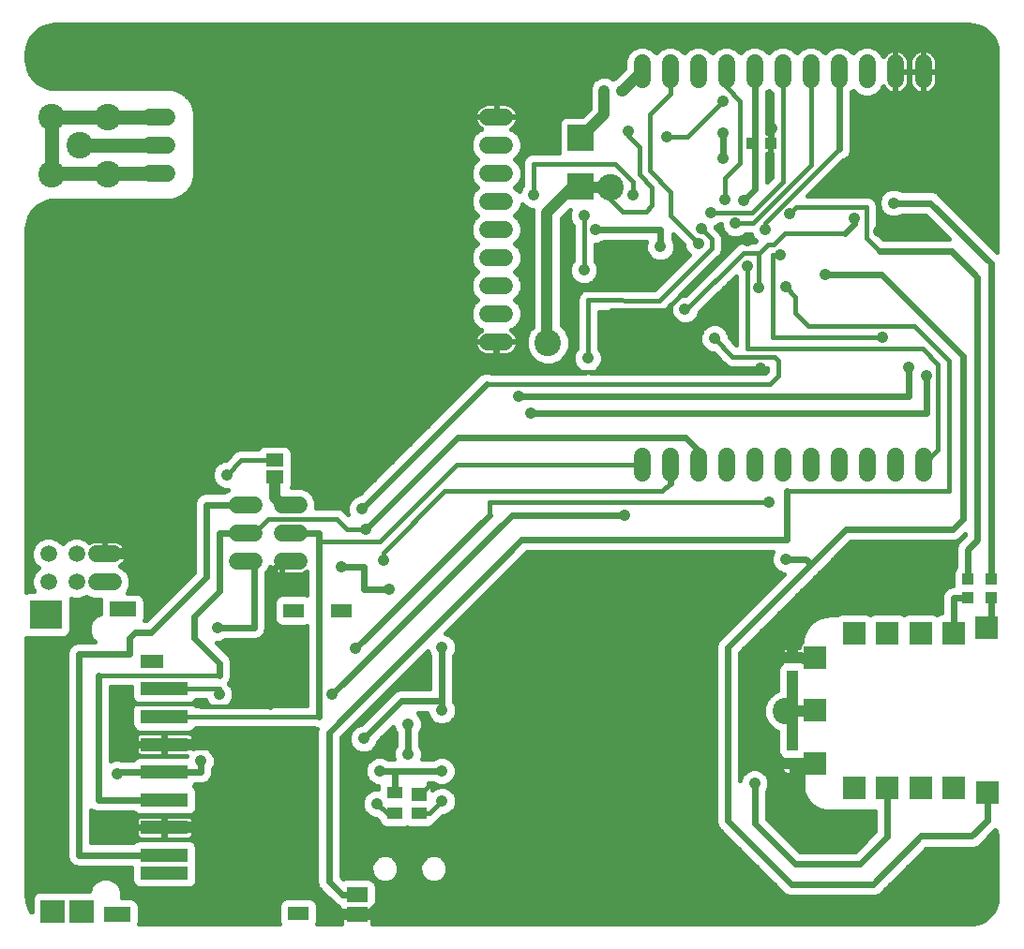
<source format=gbl>
G75*
G70*
%OFA0B0*%
%FSLAX24Y24*%
%IPPOS*%
%LPD*%
%AMOC8*
5,1,8,0,0,1.08239X$1,22.5*
%
%ADD10C,0.0600*%
%ADD11C,0.0945*%
%ADD12R,0.0787X0.0827*%
%ADD13R,0.0827X0.0787*%
%ADD14R,0.0945X0.0945*%
%ADD15R,0.0433X0.0394*%
%ADD16R,0.0567X0.0394*%
%ADD17R,0.0567X0.0472*%
%ADD18R,0.0394X0.0433*%
%ADD19R,0.0866X0.0827*%
%ADD20R,0.0900X0.0827*%
%ADD21R,0.1142X0.1024*%
%ADD22R,0.0748X0.0512*%
%ADD23R,0.0768X0.0551*%
%ADD24R,0.1693X0.0472*%
%ADD25R,0.0787X0.0472*%
%ADD26R,0.0945X0.0527*%
%ADD27R,0.0335X0.0276*%
%ADD28R,0.0630X0.0460*%
%ADD29C,0.0400*%
%ADD30C,0.0160*%
%ADD31C,0.0240*%
%ADD32C,0.0886*%
%ADD33C,0.0413*%
%ADD34C,0.1660*%
%ADD35C,0.0500*%
%ADD36C,0.0591*%
D10*
X003081Y012771D02*
X003681Y012771D01*
X003681Y013771D02*
X003081Y013771D01*
X008071Y013531D02*
X008671Y013531D01*
X008671Y014531D02*
X008071Y014531D01*
X008071Y015531D02*
X008671Y015531D01*
X009671Y015531D02*
X010271Y015531D01*
X010271Y014531D02*
X009671Y014531D01*
X009671Y013531D02*
X010271Y013531D01*
X016991Y021321D02*
X017591Y021321D01*
X017591Y022321D02*
X016991Y022321D01*
X016991Y023321D02*
X017591Y023321D01*
X017591Y024321D02*
X016991Y024321D01*
X016991Y025321D02*
X017591Y025321D01*
X017591Y026321D02*
X016991Y026321D01*
X016991Y027321D02*
X017591Y027321D01*
X017591Y028321D02*
X016991Y028321D01*
X016991Y029321D02*
X017591Y029321D01*
X022471Y030641D02*
X022471Y031241D01*
X023471Y031241D02*
X023471Y030641D01*
X024471Y030641D02*
X024471Y031241D01*
X025471Y031241D02*
X025471Y030641D01*
X026471Y030641D02*
X026471Y031241D01*
X027471Y031241D02*
X027471Y030641D01*
X028471Y030641D02*
X028471Y031241D01*
X029471Y031241D02*
X029471Y030641D01*
X030471Y030641D02*
X030471Y031241D01*
X031471Y031241D02*
X031471Y030641D01*
X032471Y030641D02*
X032471Y031241D01*
X032471Y017241D02*
X032471Y016641D01*
X031471Y016641D02*
X031471Y017241D01*
X030471Y017241D02*
X030471Y016641D01*
X029471Y016641D02*
X029471Y017241D01*
X028471Y017241D02*
X028471Y016641D01*
X027471Y016641D02*
X027471Y017241D01*
X026471Y017241D02*
X026471Y016641D01*
X025471Y016641D02*
X025471Y017241D01*
X024471Y017241D02*
X024471Y016641D01*
X023471Y016641D02*
X023471Y017241D01*
X022471Y017241D02*
X022471Y016641D01*
X005591Y027321D02*
X004991Y027321D01*
X004991Y028321D02*
X005591Y028321D01*
X005591Y029321D02*
X004991Y029321D01*
D11*
X003495Y029305D03*
X002491Y028301D03*
X001487Y029305D03*
X001487Y027297D03*
X003495Y027297D03*
X006081Y013391D03*
X017411Y002771D03*
X027591Y008191D03*
X027811Y011341D03*
X028081Y004291D03*
X019131Y021291D03*
X021341Y026801D03*
D12*
X028632Y010071D03*
X028632Y008201D03*
X028632Y006331D03*
D13*
X030010Y005445D03*
X031191Y005445D03*
X032372Y005445D03*
X033553Y005445D03*
X034744Y005276D03*
X033553Y010957D03*
X032372Y010957D03*
X031191Y010957D03*
X030010Y010957D03*
X034734Y011135D03*
D14*
X020301Y026835D03*
X020301Y028567D03*
D15*
X026376Y028381D03*
X027045Y028381D03*
X034061Y012875D03*
X034061Y012206D03*
X034881Y012206D03*
X034881Y012875D03*
D16*
X014554Y004537D03*
X013688Y004537D03*
X013688Y005285D03*
D17*
X014554Y005206D03*
D18*
X027811Y006326D03*
X027811Y006995D03*
X027811Y009406D03*
X027811Y010075D03*
D19*
X001531Y001055D03*
D20*
X002563Y001055D03*
D21*
X001294Y011606D03*
D22*
X010074Y011764D03*
X011787Y011764D03*
X010251Y000976D03*
D23*
X012338Y000937D03*
X012338Y001646D03*
D24*
X005497Y002423D03*
X005497Y003063D03*
X005497Y004047D03*
X005497Y005032D03*
X005497Y006016D03*
X005497Y007000D03*
X005497Y007984D03*
X005497Y008969D03*
D25*
X005044Y009953D03*
D26*
X004013Y011805D03*
X003813Y000955D03*
D27*
X021136Y030261D03*
X021766Y030261D03*
D28*
X009411Y017101D03*
X009411Y016501D03*
D29*
X009411Y015791D01*
X009671Y015531D01*
X006081Y013771D02*
X006081Y013391D01*
X006081Y013771D02*
X003381Y013771D01*
X005497Y007000D02*
X008111Y007000D01*
X010661Y007000D01*
X010661Y004047D01*
X010661Y001961D01*
X011681Y000941D01*
X012841Y000941D01*
X014131Y002231D01*
X014131Y003396D01*
X016690Y003396D01*
X016786Y003396D01*
X017411Y002771D01*
X012334Y000937D02*
X011681Y000941D01*
X010661Y004047D02*
X005497Y004047D01*
X019101Y021291D02*
X019091Y025921D01*
X020005Y026835D01*
X020301Y026835D01*
X020335Y026801D01*
X021341Y026801D01*
X020301Y028567D02*
X021136Y029403D01*
X021136Y030261D01*
X021766Y030261D02*
X021791Y030261D01*
X022471Y030941D01*
X026206Y024901D02*
X026206Y024901D01*
X019131Y021291D02*
X019101Y021291D01*
X027811Y011341D02*
X027811Y010075D01*
X028512Y010065D01*
X028632Y010071D01*
X027811Y010075D02*
X026391Y010065D01*
X026391Y006326D01*
X027811Y006326D01*
X027861Y006321D01*
X028081Y006321D01*
X028081Y004291D01*
X028081Y006321D02*
X028632Y006331D01*
X027811Y006995D02*
X027811Y008181D01*
X027591Y008191D01*
X027811Y008181D02*
X027811Y009406D01*
X027811Y008181D02*
X028632Y008201D01*
D30*
X000778Y001036D02*
X000760Y001060D01*
X000691Y001185D01*
X000641Y001319D01*
X000611Y001458D01*
X000601Y001601D01*
X000601Y010799D01*
X000660Y010775D01*
X001929Y010775D01*
X002047Y010823D01*
X002137Y010913D01*
X002185Y011031D01*
X002185Y012182D01*
X002183Y012187D01*
X002258Y012156D01*
X002503Y012156D01*
X002727Y012248D01*
X002730Y012245D01*
X002957Y012151D01*
X003229Y012151D01*
X003221Y012132D01*
X003221Y011665D01*
X003063Y011599D01*
X002896Y011432D01*
X002805Y011213D01*
X002805Y010976D01*
X002896Y010757D01*
X003012Y010641D01*
X002373Y010641D01*
X002212Y010574D01*
X002088Y010450D01*
X002021Y010288D01*
X002021Y010113D01*
X002021Y002976D01*
X002088Y002814D01*
X002212Y002690D01*
X002373Y002623D01*
X002548Y002623D01*
X004331Y002623D01*
X004331Y002123D01*
X004379Y002006D01*
X004469Y001916D01*
X004587Y001867D01*
X006407Y001867D01*
X006525Y001916D01*
X006615Y002006D01*
X006664Y002123D01*
X006664Y002723D01*
X006655Y002743D01*
X006664Y002763D01*
X006664Y003363D01*
X006615Y003481D01*
X006525Y003571D01*
X006407Y003619D01*
X004587Y003619D01*
X004469Y003571D01*
X004402Y003503D01*
X002901Y003503D01*
X002901Y004659D01*
X002902Y004659D01*
X003063Y004592D01*
X003238Y004592D01*
X004402Y004592D01*
X004469Y004524D01*
X004587Y004475D01*
X006407Y004475D01*
X006525Y004524D01*
X006615Y004614D01*
X006664Y004732D01*
X006664Y005331D01*
X006615Y005449D01*
X006540Y005524D01*
X006592Y005576D01*
X006703Y005576D01*
X006878Y005576D01*
X007040Y005643D01*
X007164Y005767D01*
X007231Y005928D01*
X007231Y006096D01*
X007237Y006102D01*
X007317Y006296D01*
X007317Y006506D01*
X007237Y006699D01*
X007089Y006847D01*
X006896Y006927D01*
X006686Y006927D01*
X006524Y006860D01*
X006524Y006962D01*
X005536Y006962D01*
X005536Y007038D01*
X006524Y007038D01*
X006524Y007260D01*
X006511Y007306D01*
X006488Y007347D01*
X006454Y007380D01*
X006413Y007404D01*
X006367Y007416D01*
X005535Y007416D01*
X005535Y007038D01*
X005459Y007038D01*
X005459Y006962D01*
X004471Y006962D01*
X004471Y006740D01*
X004483Y006694D01*
X004507Y006653D01*
X004540Y006620D01*
X004581Y006596D01*
X004627Y006584D01*
X005459Y006584D01*
X005459Y006962D01*
X005535Y006962D01*
X005535Y006584D01*
X006297Y006584D01*
X006292Y006572D01*
X004587Y006572D01*
X004469Y006523D01*
X004402Y006456D01*
X003964Y006456D01*
X003936Y006467D01*
X003726Y006467D01*
X003591Y006411D01*
X003591Y009061D01*
X004331Y009061D01*
X004331Y008669D01*
X004379Y008551D01*
X004454Y008476D01*
X004379Y008402D01*
X004331Y008284D01*
X004331Y007684D01*
X004379Y007567D01*
X004469Y007477D01*
X004587Y007428D01*
X006407Y007428D01*
X006525Y007477D01*
X006615Y007567D01*
X006622Y007584D01*
X010817Y007584D01*
X010913Y007544D01*
X010916Y007544D01*
X010901Y007508D01*
X010901Y007333D01*
X010901Y002043D01*
X010968Y001882D01*
X011092Y001758D01*
X011577Y001273D01*
X011663Y001237D01*
X011683Y001189D01*
X011773Y001099D01*
X011774Y001098D01*
X011774Y000995D01*
X012280Y000995D01*
X012280Y000879D01*
X011774Y000879D01*
X011774Y000638D01*
X011784Y000601D01*
X010922Y000601D01*
X010945Y000657D01*
X010945Y001296D01*
X010896Y001414D01*
X010806Y001504D01*
X010689Y001552D01*
X009813Y001552D01*
X009696Y001504D01*
X009606Y001414D01*
X009557Y001296D01*
X009557Y000657D01*
X009580Y000601D01*
X004594Y000601D01*
X004606Y000628D01*
X004606Y001282D01*
X004557Y001400D01*
X004467Y001490D01*
X004349Y001539D01*
X003996Y001539D01*
X003996Y001764D01*
X003906Y001983D01*
X003738Y002151D01*
X003519Y002241D01*
X003282Y002241D01*
X003063Y002151D01*
X002896Y001983D01*
X002815Y001789D01*
X002050Y001789D01*
X002039Y001784D01*
X002027Y001789D01*
X001034Y001789D01*
X000916Y001740D01*
X000826Y001650D01*
X000778Y001532D01*
X000778Y001036D01*
X000778Y001052D02*
X000766Y001052D01*
X000778Y001211D02*
X000682Y001211D01*
X000630Y001369D02*
X000778Y001369D01*
X000778Y001528D02*
X000606Y001528D01*
X000601Y001686D02*
X000863Y001686D01*
X000601Y001845D02*
X002839Y001845D01*
X002916Y002003D02*
X000601Y002003D01*
X000601Y002162D02*
X003091Y002162D01*
X003711Y002162D02*
X004331Y002162D01*
X004331Y002320D02*
X000601Y002320D01*
X000601Y002479D02*
X004331Y002479D01*
X004382Y002003D02*
X003885Y002003D01*
X003963Y001845D02*
X011005Y001845D01*
X010917Y002003D02*
X006612Y002003D01*
X006664Y002162D02*
X010901Y002162D01*
X010901Y002320D02*
X006664Y002320D01*
X006664Y002479D02*
X010901Y002479D01*
X010901Y002637D02*
X006664Y002637D01*
X006664Y002796D02*
X010901Y002796D01*
X010901Y002955D02*
X006664Y002955D01*
X006664Y003113D02*
X010901Y003113D01*
X010901Y003272D02*
X006664Y003272D01*
X006636Y003430D02*
X010901Y003430D01*
X010901Y003589D02*
X006481Y003589D01*
X006454Y003667D02*
X006488Y003701D01*
X006511Y003742D01*
X006524Y003787D01*
X006524Y004009D01*
X005536Y004009D01*
X005536Y004085D01*
X006524Y004085D01*
X006524Y004307D01*
X006511Y004353D01*
X006488Y004394D01*
X006454Y004428D01*
X006413Y004451D01*
X006367Y004464D01*
X005535Y004464D01*
X005535Y004086D01*
X005459Y004086D01*
X005459Y004464D01*
X004627Y004464D01*
X004581Y004451D01*
X004540Y004428D01*
X004507Y004394D01*
X004483Y004353D01*
X004471Y004307D01*
X004471Y004085D01*
X005459Y004085D01*
X005459Y004009D01*
X005535Y004009D01*
X005535Y003631D01*
X006367Y003631D01*
X006413Y003643D01*
X006454Y003667D01*
X006513Y003747D02*
X010901Y003747D01*
X010901Y003906D02*
X006524Y003906D01*
X006524Y004223D02*
X010901Y004223D01*
X010901Y004381D02*
X006495Y004381D01*
X006541Y004540D02*
X010901Y004540D01*
X010901Y004699D02*
X006650Y004699D01*
X006664Y004857D02*
X010901Y004857D01*
X010901Y005016D02*
X006664Y005016D01*
X006664Y005174D02*
X010901Y005174D01*
X010901Y005333D02*
X006663Y005333D01*
X006573Y005491D02*
X010901Y005491D01*
X010901Y005650D02*
X007047Y005650D01*
X007181Y005808D02*
X010901Y005808D01*
X010901Y005967D02*
X007231Y005967D01*
X007247Y006125D02*
X010901Y006125D01*
X010901Y006284D02*
X007312Y006284D01*
X007317Y006443D02*
X010901Y006443D01*
X010901Y006601D02*
X007278Y006601D01*
X007177Y006760D02*
X010901Y006760D01*
X010901Y006918D02*
X006918Y006918D01*
X006664Y006918D02*
X006524Y006918D01*
X006524Y007077D02*
X010901Y007077D01*
X010901Y007235D02*
X006524Y007235D01*
X006431Y007394D02*
X010901Y007394D01*
X010894Y007552D02*
X006600Y007552D01*
X006791Y008361D02*
X009241Y008361D01*
X007967Y008666D02*
X007967Y008876D01*
X007887Y009069D01*
X007798Y009159D01*
X007793Y009171D01*
X007834Y009212D01*
X007901Y009373D01*
X007901Y009803D01*
X007901Y009978D01*
X007834Y010140D01*
X007350Y010624D01*
X007476Y010624D01*
X007669Y010704D01*
X007676Y010711D01*
X008583Y010711D01*
X008758Y010711D01*
X008920Y010778D01*
X009044Y010902D01*
X009111Y011063D01*
X009111Y013094D01*
X009196Y013180D01*
X009248Y013304D01*
X009260Y013279D01*
X009305Y013218D01*
X009358Y013165D01*
X009419Y013120D01*
X009486Y013086D01*
X009558Y013063D01*
X009633Y013051D01*
X009651Y013051D01*
X009651Y013511D01*
X009691Y013511D01*
X009691Y013051D01*
X010309Y013051D01*
X010383Y013063D01*
X010455Y013086D01*
X010522Y013120D01*
X010561Y013148D01*
X010561Y012319D01*
X010512Y012340D01*
X009636Y012340D01*
X009519Y012291D01*
X009429Y012201D01*
X009380Y012083D01*
X009380Y011444D01*
X009429Y011327D01*
X009519Y011237D01*
X009636Y011188D01*
X010512Y011188D01*
X010561Y011208D01*
X010561Y008384D01*
X007799Y008384D01*
X007887Y008472D01*
X007967Y008666D01*
X007966Y008662D02*
X010561Y008662D01*
X010561Y008504D02*
X007900Y008504D01*
X007967Y008821D02*
X010561Y008821D01*
X010561Y008979D02*
X007924Y008979D01*
X007819Y009138D02*
X010561Y009138D01*
X010561Y009296D02*
X007869Y009296D01*
X007901Y009455D02*
X010561Y009455D01*
X010561Y009613D02*
X007901Y009613D01*
X007901Y009772D02*
X010561Y009772D01*
X010561Y009930D02*
X007901Y009930D01*
X007855Y010089D02*
X010561Y010089D01*
X010561Y010248D02*
X007726Y010248D01*
X007568Y010406D02*
X010561Y010406D01*
X010561Y010565D02*
X007409Y010565D01*
X007461Y009461D02*
X003151Y009461D01*
X003591Y008979D02*
X004331Y008979D01*
X004331Y008821D02*
X003591Y008821D01*
X003591Y008662D02*
X004333Y008662D01*
X004427Y008504D02*
X003591Y008504D01*
X003591Y008345D02*
X004356Y008345D01*
X004331Y008186D02*
X003591Y008186D01*
X003591Y008028D02*
X004331Y008028D01*
X004331Y007869D02*
X003591Y007869D01*
X003591Y007711D02*
X004331Y007711D01*
X004394Y007552D02*
X003591Y007552D01*
X003591Y007394D02*
X004564Y007394D01*
X004581Y007404D02*
X004540Y007380D01*
X004507Y007347D01*
X004483Y007306D01*
X004471Y007260D01*
X004471Y007038D01*
X005459Y007038D01*
X005459Y007416D01*
X004627Y007416D01*
X004581Y007404D01*
X004471Y007235D02*
X003591Y007235D01*
X003591Y007077D02*
X004471Y007077D01*
X004471Y006918D02*
X003591Y006918D01*
X003591Y006760D02*
X004471Y006760D01*
X004573Y006601D02*
X003591Y006601D01*
X003591Y006443D02*
X003666Y006443D01*
X002021Y006443D02*
X000601Y006443D01*
X000601Y006601D02*
X002021Y006601D01*
X002021Y006760D02*
X000601Y006760D01*
X000601Y006918D02*
X002021Y006918D01*
X002021Y007077D02*
X000601Y007077D01*
X000601Y007235D02*
X002021Y007235D01*
X002021Y007394D02*
X000601Y007394D01*
X000601Y007552D02*
X002021Y007552D01*
X002021Y007711D02*
X000601Y007711D01*
X000601Y007869D02*
X002021Y007869D01*
X002021Y008028D02*
X000601Y008028D01*
X000601Y008186D02*
X002021Y008186D01*
X002021Y008345D02*
X000601Y008345D01*
X000601Y008504D02*
X002021Y008504D01*
X002021Y008662D02*
X000601Y008662D01*
X000601Y008821D02*
X002021Y008821D01*
X002021Y008979D02*
X000601Y008979D01*
X000601Y009138D02*
X002021Y009138D01*
X002021Y009296D02*
X000601Y009296D01*
X000601Y009455D02*
X002021Y009455D01*
X002021Y009613D02*
X000601Y009613D01*
X000601Y009772D02*
X002021Y009772D01*
X002021Y009930D02*
X000601Y009930D01*
X000601Y010089D02*
X002021Y010089D01*
X002021Y010248D02*
X000601Y010248D01*
X000601Y010406D02*
X002070Y010406D01*
X002202Y010565D02*
X000601Y010565D01*
X000601Y010723D02*
X002930Y010723D01*
X002844Y010882D02*
X002105Y010882D01*
X002185Y011040D02*
X002805Y011040D01*
X002805Y011199D02*
X002185Y011199D01*
X002185Y011357D02*
X002865Y011357D01*
X002980Y011516D02*
X002185Y011516D01*
X002185Y011674D02*
X003221Y011674D01*
X003221Y011833D02*
X002185Y011833D01*
X002185Y011992D02*
X003221Y011992D01*
X003228Y012150D02*
X002185Y012150D01*
X000853Y012438D02*
X000660Y012438D01*
X000601Y012414D01*
X000601Y025351D01*
X000611Y025493D01*
X000641Y025633D01*
X000691Y025766D01*
X000760Y025891D01*
X000845Y026006D01*
X000946Y026107D01*
X001060Y026192D01*
X001185Y026260D01*
X016371Y026260D01*
X016371Y026197D02*
X016465Y025970D01*
X016614Y025821D01*
X016465Y025672D01*
X016371Y025444D01*
X016371Y025197D01*
X016465Y024970D01*
X016614Y024821D01*
X016465Y024672D01*
X016371Y024444D01*
X016371Y024197D01*
X016465Y023970D01*
X016614Y023821D01*
X016465Y023672D01*
X016371Y023444D01*
X016371Y023197D01*
X016465Y022970D01*
X016614Y022821D01*
X016465Y022672D01*
X016371Y022444D01*
X016371Y022197D01*
X016465Y021970D01*
X016640Y021795D01*
X016764Y021744D01*
X016739Y021731D01*
X016678Y021687D01*
X016625Y021633D01*
X016580Y021572D01*
X016546Y021505D01*
X016523Y021433D01*
X016511Y021359D01*
X016511Y021341D01*
X017271Y021341D01*
X017271Y021301D01*
X017311Y021301D01*
X017311Y021341D01*
X018071Y021341D01*
X018071Y021359D01*
X018059Y021433D01*
X018036Y021505D01*
X018001Y021572D01*
X017957Y021633D01*
X017903Y021687D01*
X017842Y021731D01*
X017818Y021744D01*
X017942Y021795D01*
X018116Y021970D01*
X018211Y022197D01*
X018211Y022444D01*
X018116Y022672D01*
X017968Y022821D01*
X018116Y022970D01*
X018211Y023197D01*
X018211Y023444D01*
X018116Y023672D01*
X017968Y023821D01*
X018116Y023970D01*
X018211Y024197D01*
X018211Y024444D01*
X018116Y024672D01*
X017968Y024821D01*
X018116Y024970D01*
X018211Y025197D01*
X018211Y025444D01*
X018116Y025672D01*
X017968Y025821D01*
X018116Y025970D01*
X018211Y026197D01*
X018211Y026226D01*
X018332Y026104D01*
X018526Y026024D01*
X018571Y026024D01*
X018571Y026024D01*
X018571Y026023D01*
X018571Y025918D01*
X018571Y025817D01*
X018580Y021860D01*
X018459Y021740D01*
X018338Y021448D01*
X018338Y021133D01*
X018459Y020842D01*
X018682Y020619D01*
X018973Y020498D01*
X019288Y020498D01*
X019580Y020619D01*
X019803Y020842D01*
X019923Y021133D01*
X019923Y021448D01*
X019803Y021740D01*
X019619Y021923D01*
X019611Y025706D01*
X019936Y026031D01*
X019884Y025906D01*
X019884Y025696D01*
X019964Y025502D01*
X020011Y025456D01*
X020011Y024216D01*
X019964Y024169D01*
X019884Y023976D01*
X019884Y023766D01*
X019964Y023572D01*
X020112Y023424D01*
X020306Y023344D01*
X020516Y023344D01*
X020709Y023424D01*
X020857Y023572D01*
X020937Y023766D01*
X020937Y023976D01*
X020857Y024169D01*
X020811Y024216D01*
X020811Y024794D01*
X020936Y024794D01*
X021129Y024874D01*
X021136Y024881D01*
X022635Y024881D01*
X022604Y024806D01*
X022604Y024596D01*
X022684Y024402D01*
X022832Y024254D01*
X023026Y024174D01*
X023236Y024174D01*
X023429Y024254D01*
X023577Y024402D01*
X023657Y024596D01*
X023657Y024806D01*
X023577Y024999D01*
X023571Y025006D01*
X023571Y025159D01*
X023944Y024789D01*
X023944Y024726D01*
X024024Y024532D01*
X024144Y024413D01*
X022916Y023191D01*
X020631Y023200D01*
X020630Y023201D01*
X020552Y023201D01*
X020473Y023201D01*
X020472Y023201D01*
X020471Y023201D01*
X020400Y023171D01*
X020326Y023141D01*
X020325Y023140D01*
X020324Y023140D01*
X020271Y023087D01*
X020213Y023029D01*
X020212Y023028D01*
X020212Y023027D01*
X020183Y022958D01*
X020151Y022882D01*
X020151Y022881D01*
X020151Y022880D01*
X020151Y022802D01*
X020150Y022723D01*
X020151Y022722D01*
X020151Y021086D01*
X020104Y021039D01*
X020024Y020846D01*
X020024Y020636D01*
X020104Y020442D01*
X020252Y020294D01*
X020438Y020217D01*
X017125Y020221D01*
X017027Y020261D01*
X016852Y020261D01*
X016691Y020193D01*
X012424Y015907D01*
X012416Y015907D01*
X012222Y015827D01*
X012074Y015679D01*
X011994Y015486D01*
X011994Y015276D01*
X012032Y015186D01*
X011847Y015370D01*
X011700Y015431D01*
X011541Y015431D01*
X010891Y015431D01*
X010891Y015654D01*
X010796Y015882D01*
X010622Y016056D01*
X010394Y016151D01*
X010022Y016151D01*
X010046Y016207D01*
X010046Y016794D01*
X010043Y016801D01*
X010046Y016807D01*
X010046Y017394D01*
X009997Y017512D01*
X009907Y017602D01*
X009789Y017651D01*
X009032Y017651D01*
X008914Y017602D01*
X008824Y017512D01*
X008820Y017501D01*
X008300Y017501D01*
X008141Y017501D01*
X007994Y017440D01*
X007672Y017117D01*
X007606Y017117D01*
X007412Y017037D01*
X007264Y016889D01*
X007184Y016696D01*
X007184Y016486D01*
X007264Y016292D01*
X007412Y016144D01*
X007606Y016064D01*
X007738Y016064D01*
X007720Y016056D01*
X007634Y015971D01*
X006903Y015971D01*
X006742Y015904D01*
X006618Y015780D01*
X006551Y015618D01*
X006551Y015443D01*
X006551Y013123D01*
X004849Y011421D01*
X004782Y011421D01*
X004806Y011478D01*
X004806Y012132D01*
X004757Y012250D01*
X004667Y012340D01*
X004549Y012389D01*
X004175Y012389D01*
X004206Y012420D01*
X004301Y012647D01*
X004301Y012894D01*
X004206Y013122D01*
X004032Y013296D01*
X003908Y013348D01*
X003932Y013360D01*
X003993Y013405D01*
X004047Y013458D01*
X004091Y013519D01*
X004126Y013586D01*
X004149Y013658D01*
X004161Y013733D01*
X004161Y013751D01*
X003401Y013751D01*
X003401Y013791D01*
X003361Y013791D01*
X003361Y014251D01*
X003043Y014251D01*
X002968Y014239D01*
X002896Y014216D01*
X002837Y014185D01*
X002729Y014292D01*
X002503Y014386D01*
X002258Y014386D01*
X002032Y014292D01*
X001881Y014141D01*
X001729Y014292D01*
X001503Y014386D01*
X001258Y014386D01*
X001032Y014292D01*
X000859Y014119D01*
X000766Y013893D01*
X000766Y013648D01*
X000859Y013422D01*
X001011Y013271D01*
X000859Y013119D01*
X000766Y012893D01*
X000766Y012648D01*
X000853Y012438D01*
X000841Y012467D02*
X000601Y012467D01*
X000601Y012626D02*
X000775Y012626D01*
X000766Y012784D02*
X000601Y012784D01*
X000601Y012943D02*
X000786Y012943D01*
X000852Y013101D02*
X000601Y013101D01*
X000601Y013260D02*
X001000Y013260D01*
X000863Y013418D02*
X000601Y013418D01*
X000601Y013577D02*
X000795Y013577D01*
X000766Y013736D02*
X000601Y013736D01*
X000601Y013894D02*
X000766Y013894D01*
X000832Y014053D02*
X000601Y014053D01*
X000601Y014211D02*
X000951Y014211D01*
X001219Y014370D02*
X000601Y014370D01*
X000601Y014528D02*
X006551Y014528D01*
X006551Y014370D02*
X002543Y014370D01*
X002811Y014211D02*
X002888Y014211D01*
X003361Y014211D02*
X003401Y014211D01*
X003401Y014251D02*
X003401Y013791D01*
X004161Y013791D01*
X004161Y013809D01*
X004149Y013883D01*
X004126Y013955D01*
X004091Y014022D01*
X004047Y014083D01*
X003993Y014137D01*
X003932Y014181D01*
X003865Y014216D01*
X003793Y014239D01*
X003719Y014251D01*
X003401Y014251D01*
X003401Y014053D02*
X003361Y014053D01*
X003361Y013894D02*
X003401Y013894D01*
X003874Y014211D02*
X006551Y014211D01*
X006551Y014053D02*
X004069Y014053D01*
X004145Y013894D02*
X006551Y013894D01*
X006551Y013736D02*
X004161Y013736D01*
X004121Y013577D02*
X006551Y013577D01*
X006551Y013418D02*
X004007Y013418D01*
X004068Y013260D02*
X006551Y013260D01*
X006529Y013101D02*
X004215Y013101D01*
X004281Y012943D02*
X006371Y012943D01*
X006212Y012784D02*
X004301Y012784D01*
X004292Y012626D02*
X006053Y012626D01*
X005895Y012467D02*
X004226Y012467D01*
X004698Y012309D02*
X005736Y012309D01*
X005578Y012150D02*
X004798Y012150D01*
X004806Y011992D02*
X005419Y011992D01*
X005261Y011833D02*
X004806Y011833D01*
X004806Y011674D02*
X005102Y011674D01*
X004944Y011516D02*
X004806Y011516D01*
X005497Y008969D02*
X007443Y008969D01*
X007441Y008771D01*
X006954Y008569D02*
X006994Y008472D01*
X007082Y008384D01*
X006622Y008384D01*
X006615Y008402D01*
X006540Y008476D01*
X006615Y008551D01*
X006622Y008569D01*
X006954Y008569D01*
X006981Y008504D02*
X006567Y008504D01*
X006791Y008451D02*
X006791Y008361D01*
X006791Y008451D02*
X004111Y008451D01*
X005497Y007984D02*
X011001Y007984D01*
X011781Y007239D02*
X014850Y010308D01*
X014914Y010152D01*
X014921Y010146D01*
X014921Y008991D01*
X013843Y008991D01*
X013682Y008924D01*
X013558Y008800D01*
X012485Y007727D01*
X012476Y007727D01*
X012282Y007647D01*
X012134Y007499D01*
X012054Y007306D01*
X012054Y007096D01*
X012134Y006902D01*
X012282Y006754D01*
X012476Y006674D01*
X012686Y006674D01*
X012879Y006754D01*
X013027Y006902D01*
X013107Y007096D01*
X013107Y007105D01*
X013624Y007622D01*
X013624Y007616D01*
X013704Y007422D01*
X013711Y007416D01*
X013711Y006946D01*
X013704Y006939D01*
X013624Y006746D01*
X013624Y006536D01*
X013643Y006491D01*
X013573Y006491D01*
X013446Y006491D01*
X013439Y006497D01*
X013246Y006577D01*
X013036Y006577D01*
X012842Y006497D01*
X012694Y006349D01*
X012614Y006156D01*
X012614Y005946D01*
X012694Y005752D01*
X012842Y005604D01*
X013036Y005524D01*
X013084Y005524D01*
X013084Y005417D01*
X012946Y005417D01*
X012752Y005337D01*
X012604Y005189D01*
X012524Y004996D01*
X012524Y004786D01*
X012604Y004592D01*
X012752Y004444D01*
X012946Y004364D01*
X013012Y004364D01*
X013084Y004292D01*
X013084Y004276D01*
X013133Y004159D01*
X013223Y004069D01*
X013341Y004020D01*
X014035Y004020D01*
X014121Y004056D01*
X014207Y004020D01*
X014901Y004020D01*
X015019Y004069D01*
X015109Y004159D01*
X015121Y004188D01*
X015143Y004198D01*
X015256Y004310D01*
X015256Y004310D01*
X015400Y004454D01*
X015466Y004454D01*
X015659Y004534D01*
X015807Y004682D01*
X015887Y004876D01*
X015887Y005086D01*
X015807Y005279D01*
X015659Y005427D01*
X015466Y005507D01*
X015256Y005507D01*
X015062Y005427D01*
X015017Y005382D01*
X015017Y005466D01*
X015005Y005512D01*
X014981Y005553D01*
X014948Y005586D01*
X014907Y005610D01*
X014904Y005611D01*
X015046Y005611D01*
X015052Y005604D01*
X015246Y005524D01*
X015456Y005524D01*
X015649Y005604D01*
X015797Y005752D01*
X015877Y005946D01*
X015877Y006156D01*
X015797Y006349D01*
X015649Y006497D01*
X015456Y006577D01*
X015246Y006577D01*
X015052Y006497D01*
X015046Y006491D01*
X014659Y006491D01*
X014677Y006536D01*
X014677Y006746D01*
X014597Y006939D01*
X014591Y006946D01*
X014591Y007416D01*
X014597Y007422D01*
X014677Y007616D01*
X014677Y007826D01*
X014597Y008019D01*
X014506Y008111D01*
X014834Y008111D01*
X014834Y008106D01*
X014914Y007912D01*
X015062Y007764D01*
X015256Y007684D01*
X015466Y007684D01*
X015659Y007764D01*
X015807Y007912D01*
X015887Y008106D01*
X015887Y008316D01*
X015807Y008509D01*
X015801Y008516D01*
X015801Y008638D01*
X015801Y010146D01*
X015807Y010152D01*
X015887Y010346D01*
X015887Y010556D01*
X015807Y010749D01*
X015659Y010897D01*
X015504Y010962D01*
X018383Y013841D01*
X027124Y013841D01*
X027064Y013696D01*
X027064Y013486D01*
X027144Y013292D01*
X027292Y013144D01*
X027486Y013064D01*
X027512Y013064D01*
X025138Y010690D01*
X025071Y010528D01*
X025071Y010353D01*
X025071Y004203D01*
X025138Y004042D01*
X025262Y003918D01*
X027532Y001648D01*
X027693Y001581D01*
X027868Y001581D01*
X030603Y001581D01*
X030778Y001581D01*
X030940Y001648D01*
X032586Y003294D01*
X034292Y003294D01*
X034453Y003361D01*
X034577Y003485D01*
X034993Y003901D01*
X035037Y003945D01*
X035060Y003883D01*
X035091Y003743D01*
X035101Y003601D01*
X035101Y001601D01*
X035091Y001458D01*
X035060Y001319D01*
X035010Y001185D01*
X034942Y001060D01*
X034857Y000946D01*
X034756Y000845D01*
X034641Y000760D01*
X034516Y000691D01*
X034383Y000641D01*
X034243Y000611D01*
X034101Y000601D01*
X012892Y000601D01*
X012902Y000638D01*
X012902Y000879D01*
X012396Y000879D01*
X012396Y000995D01*
X012902Y000995D01*
X012902Y001098D01*
X012903Y001099D01*
X012993Y001189D01*
X013042Y001306D01*
X013042Y001985D01*
X012993Y002103D01*
X012903Y002193D01*
X012785Y002241D01*
X011890Y002241D01*
X011864Y002230D01*
X011781Y002313D01*
X011781Y007239D01*
X011781Y007235D02*
X012054Y007235D01*
X012062Y007077D02*
X011781Y007077D01*
X011781Y006918D02*
X012128Y006918D01*
X012277Y006760D02*
X011781Y006760D01*
X011781Y006601D02*
X013624Y006601D01*
X013630Y006760D02*
X012884Y006760D01*
X013034Y006918D02*
X013696Y006918D01*
X013711Y007077D02*
X013099Y007077D01*
X013237Y007235D02*
X013711Y007235D01*
X013711Y007394D02*
X013396Y007394D01*
X013555Y007552D02*
X013650Y007552D01*
X012944Y008186D02*
X012729Y008186D01*
X012786Y008028D02*
X012570Y008028D01*
X012627Y007869D02*
X012412Y007869D01*
X012436Y007711D02*
X012253Y007711D01*
X012188Y007552D02*
X012095Y007552D01*
X012091Y007394D02*
X011936Y007394D01*
X011781Y006443D02*
X012788Y006443D01*
X012667Y006284D02*
X011781Y006284D01*
X011781Y006125D02*
X012614Y006125D01*
X012614Y005967D02*
X011781Y005967D01*
X011781Y005808D02*
X012671Y005808D01*
X012797Y005650D02*
X011781Y005650D01*
X011781Y005491D02*
X013084Y005491D01*
X012748Y005333D02*
X011781Y005333D01*
X011781Y005174D02*
X012598Y005174D01*
X012532Y005016D02*
X011781Y005016D01*
X011781Y004857D02*
X012524Y004857D01*
X012560Y004699D02*
X011781Y004699D01*
X011781Y004540D02*
X012657Y004540D01*
X012904Y004381D02*
X011781Y004381D01*
X011781Y004223D02*
X013106Y004223D01*
X013233Y004064D02*
X011781Y004064D01*
X011781Y003906D02*
X025273Y003906D01*
X025262Y003918D02*
X025262Y003918D01*
X025128Y004064D02*
X015008Y004064D01*
X015169Y004223D02*
X025071Y004223D01*
X025071Y004381D02*
X015327Y004381D01*
X015665Y004540D02*
X025071Y004540D01*
X025071Y004699D02*
X015814Y004699D01*
X015880Y004857D02*
X025071Y004857D01*
X025071Y005016D02*
X015887Y005016D01*
X015851Y005174D02*
X025071Y005174D01*
X025071Y005333D02*
X015754Y005333D01*
X015505Y005491D02*
X025071Y005491D01*
X025071Y005650D02*
X015695Y005650D01*
X015820Y005808D02*
X025071Y005808D01*
X025071Y005967D02*
X015877Y005967D01*
X015877Y006125D02*
X025071Y006125D01*
X025071Y006284D02*
X015824Y006284D01*
X015704Y006443D02*
X025071Y006443D01*
X025071Y006601D02*
X014677Y006601D01*
X014672Y006760D02*
X025071Y006760D01*
X025071Y006918D02*
X014606Y006918D01*
X014591Y007077D02*
X025071Y007077D01*
X025071Y007235D02*
X014591Y007235D01*
X014591Y007394D02*
X025071Y007394D01*
X025071Y007552D02*
X014651Y007552D01*
X014677Y007711D02*
X015191Y007711D01*
X014957Y007869D02*
X014659Y007869D01*
X014588Y008028D02*
X014866Y008028D01*
X015530Y007711D02*
X025071Y007711D01*
X025071Y007869D02*
X015764Y007869D01*
X015855Y008028D02*
X025071Y008028D01*
X025071Y008186D02*
X015887Y008186D01*
X015875Y008345D02*
X025071Y008345D01*
X025071Y008504D02*
X015810Y008504D01*
X015801Y008662D02*
X025071Y008662D01*
X025071Y008821D02*
X015801Y008821D01*
X015801Y008979D02*
X025071Y008979D01*
X025071Y009138D02*
X015801Y009138D01*
X015801Y009296D02*
X025071Y009296D01*
X025071Y009455D02*
X015801Y009455D01*
X015801Y009613D02*
X025071Y009613D01*
X025071Y009772D02*
X015801Y009772D01*
X015801Y009930D02*
X025071Y009930D01*
X025071Y010089D02*
X015801Y010089D01*
X015847Y010248D02*
X025071Y010248D01*
X025071Y010406D02*
X015887Y010406D01*
X015884Y010565D02*
X025086Y010565D01*
X025171Y010723D02*
X015818Y010723D01*
X015675Y010882D02*
X025330Y010882D01*
X025488Y011040D02*
X015582Y011040D01*
X015741Y011199D02*
X025647Y011199D01*
X025805Y011357D02*
X015900Y011357D01*
X016058Y011516D02*
X025964Y011516D01*
X026122Y011674D02*
X016217Y011674D01*
X016375Y011833D02*
X026281Y011833D01*
X026439Y011992D02*
X016534Y011992D01*
X016692Y012150D02*
X026598Y012150D01*
X026756Y012309D02*
X016851Y012309D01*
X017009Y012467D02*
X026915Y012467D01*
X027074Y012626D02*
X017168Y012626D01*
X017326Y012784D02*
X027232Y012784D01*
X027391Y012943D02*
X017485Y012943D01*
X017644Y013101D02*
X027396Y013101D01*
X027177Y013260D02*
X017802Y013260D01*
X017961Y013418D02*
X027092Y013418D01*
X027064Y013577D02*
X018119Y013577D01*
X018278Y013736D02*
X027081Y013736D01*
X028318Y012626D02*
X033411Y012626D01*
X033385Y012615D02*
X033305Y012582D01*
X033304Y012581D01*
X033241Y012519D01*
X033181Y012459D01*
X033181Y012458D01*
X033180Y012458D01*
X033145Y012374D01*
X033113Y012298D01*
X033113Y012297D01*
X033113Y012296D01*
X033113Y012210D01*
X033113Y012123D01*
X033113Y012122D01*
X033113Y011670D01*
X033076Y011670D01*
X032962Y011623D01*
X032849Y011670D01*
X031895Y011670D01*
X031781Y011623D01*
X031668Y011670D01*
X030714Y011670D01*
X030600Y011623D01*
X030487Y011670D01*
X029533Y011670D01*
X029415Y011622D01*
X029394Y011601D01*
X029151Y011601D01*
X029008Y011591D01*
X028869Y011560D01*
X028735Y011510D01*
X028610Y011442D01*
X028496Y011357D01*
X028395Y011256D01*
X028310Y011141D01*
X028241Y011016D01*
X028191Y010883D01*
X028161Y010743D01*
X028154Y010643D01*
X028127Y010628D01*
X028094Y010595D01*
X028070Y010554D01*
X028058Y010508D01*
X028058Y010465D01*
X028031Y010472D01*
X027829Y010472D01*
X027829Y010094D01*
X027792Y010094D01*
X027792Y010057D01*
X027434Y010057D01*
X027434Y009894D01*
X027433Y009894D01*
X027343Y009804D01*
X027294Y009686D01*
X027294Y009517D01*
X027291Y009510D01*
X027291Y008924D01*
X027142Y008863D01*
X026919Y008640D01*
X026798Y008348D01*
X026798Y008033D01*
X026919Y007742D01*
X027142Y007519D01*
X027291Y007457D01*
X027291Y006892D01*
X027294Y006884D01*
X027294Y006715D01*
X027343Y006598D01*
X027433Y006508D01*
X027434Y006507D01*
X027434Y006345D01*
X027792Y006345D01*
X027792Y006308D01*
X027434Y006308D01*
X027434Y006086D01*
X027446Y006040D01*
X027470Y005999D01*
X027503Y005966D01*
X027544Y005942D01*
X027590Y005930D01*
X027792Y005930D01*
X027792Y006307D01*
X027829Y006307D01*
X027829Y005930D01*
X028031Y005930D01*
X028058Y005937D01*
X028058Y005894D01*
X028070Y005848D01*
X028094Y005807D01*
X028127Y005773D01*
X028151Y005760D01*
X028151Y005601D01*
X028161Y005458D01*
X028191Y005319D01*
X028241Y005185D01*
X028310Y005060D01*
X028395Y004946D01*
X028496Y004845D01*
X028610Y004760D01*
X028735Y004691D01*
X028869Y004641D01*
X029008Y004611D01*
X029151Y004601D01*
X030751Y004601D01*
X030751Y003903D01*
X030039Y003191D01*
X028092Y003191D01*
X026911Y004364D01*
X026911Y005306D01*
X026917Y005312D01*
X026997Y005506D01*
X026997Y005716D01*
X026917Y005909D01*
X026769Y006057D01*
X026576Y006137D01*
X026366Y006137D01*
X026172Y006057D01*
X026024Y005909D01*
X025951Y005732D01*
X025951Y010259D01*
X028725Y013033D01*
X028849Y013157D01*
X029903Y014211D01*
X033433Y014211D01*
X033608Y014211D01*
X033770Y014278D01*
X033961Y014469D01*
X033961Y014453D01*
X033688Y014180D01*
X033621Y014018D01*
X033621Y013843D01*
X033621Y013301D01*
X033573Y013254D01*
X033524Y013136D01*
X033524Y012648D01*
X033467Y012649D01*
X033466Y012648D01*
X033465Y012648D01*
X033385Y012615D01*
X033305Y012582D02*
X033305Y012582D01*
X033189Y012467D02*
X028159Y012467D01*
X028001Y012309D02*
X033118Y012309D01*
X033113Y012150D02*
X027842Y012150D01*
X027684Y011992D02*
X033113Y011992D01*
X033113Y011833D02*
X027525Y011833D01*
X027367Y011674D02*
X033113Y011674D01*
X033524Y012784D02*
X028476Y012784D01*
X028635Y012943D02*
X033524Y012943D01*
X033524Y013101D02*
X028794Y013101D01*
X028849Y013157D02*
X028849Y013157D01*
X028952Y013260D02*
X033579Y013260D01*
X033621Y013418D02*
X029111Y013418D01*
X029269Y013577D02*
X033621Y013577D01*
X033621Y013736D02*
X029428Y013736D01*
X029586Y013894D02*
X033621Y013894D01*
X033635Y014053D02*
X029745Y014053D01*
X028725Y013033D02*
X028725Y013033D01*
X028750Y011516D02*
X027208Y011516D01*
X027050Y011357D02*
X028497Y011357D01*
X028353Y011199D02*
X026891Y011199D01*
X026732Y011040D02*
X028254Y011040D01*
X028191Y010882D02*
X026574Y010882D01*
X026415Y010723D02*
X028160Y010723D01*
X028077Y010565D02*
X026257Y010565D01*
X026098Y010406D02*
X027474Y010406D01*
X027470Y010402D02*
X027446Y010361D01*
X027434Y010316D01*
X027434Y010094D01*
X027792Y010094D01*
X027792Y010472D01*
X027590Y010472D01*
X027544Y010460D01*
X027503Y010436D01*
X027470Y010402D01*
X027434Y010248D02*
X025951Y010248D01*
X025951Y010089D02*
X027792Y010089D01*
X027792Y010248D02*
X027829Y010248D01*
X027829Y010406D02*
X027792Y010406D01*
X027434Y009930D02*
X025951Y009930D01*
X025951Y009772D02*
X027329Y009772D01*
X027294Y009613D02*
X025951Y009613D01*
X025951Y009455D02*
X027291Y009455D01*
X027291Y009296D02*
X025951Y009296D01*
X025951Y009138D02*
X027291Y009138D01*
X027291Y008979D02*
X025951Y008979D01*
X025951Y008821D02*
X027100Y008821D01*
X026941Y008662D02*
X025951Y008662D01*
X025951Y008504D02*
X026863Y008504D01*
X026798Y008345D02*
X025951Y008345D01*
X025951Y008186D02*
X026798Y008186D01*
X026800Y008028D02*
X025951Y008028D01*
X025951Y007869D02*
X026866Y007869D01*
X026950Y007711D02*
X025951Y007711D01*
X025951Y007552D02*
X027109Y007552D01*
X027291Y007394D02*
X025951Y007394D01*
X025951Y007235D02*
X027291Y007235D01*
X027291Y007077D02*
X025951Y007077D01*
X025951Y006918D02*
X027291Y006918D01*
X027294Y006760D02*
X025951Y006760D01*
X025951Y006601D02*
X027341Y006601D01*
X027434Y006443D02*
X025951Y006443D01*
X025951Y006284D02*
X027434Y006284D01*
X027434Y006125D02*
X026605Y006125D01*
X026337Y006125D02*
X025951Y006125D01*
X025951Y005967D02*
X026082Y005967D01*
X025983Y005808D02*
X025951Y005808D01*
X026859Y005967D02*
X027502Y005967D01*
X027792Y005967D02*
X027829Y005967D01*
X027829Y006125D02*
X027792Y006125D01*
X027792Y006284D02*
X027829Y006284D01*
X027829Y006308D02*
X027829Y006345D01*
X028151Y006345D01*
X028151Y006308D01*
X027829Y006308D01*
X028093Y005808D02*
X026959Y005808D01*
X026997Y005650D02*
X028151Y005650D01*
X028159Y005491D02*
X026991Y005491D01*
X026926Y005333D02*
X028188Y005333D01*
X028247Y005174D02*
X026911Y005174D01*
X026911Y005016D02*
X028343Y005016D01*
X028484Y004857D02*
X026911Y004857D01*
X026911Y004699D02*
X028722Y004699D01*
X027691Y003589D02*
X030436Y003589D01*
X030278Y003430D02*
X027851Y003430D01*
X028011Y003272D02*
X030119Y003272D01*
X030595Y003747D02*
X027532Y003747D01*
X027372Y003906D02*
X030751Y003906D01*
X030751Y004064D02*
X027212Y004064D01*
X027053Y004223D02*
X030751Y004223D01*
X030751Y004381D02*
X026911Y004381D01*
X026911Y004540D02*
X030751Y004540D01*
X032247Y002955D02*
X035101Y002955D01*
X035101Y003113D02*
X032405Y003113D01*
X032564Y003272D02*
X035101Y003272D01*
X035101Y003430D02*
X034522Y003430D01*
X034577Y003485D02*
X034577Y003485D01*
X034681Y003589D02*
X035101Y003589D01*
X035090Y003747D02*
X034839Y003747D01*
X034998Y003906D02*
X035052Y003906D01*
X035101Y002796D02*
X032088Y002796D01*
X031930Y002637D02*
X035101Y002637D01*
X035101Y002479D02*
X031771Y002479D01*
X031613Y002320D02*
X035101Y002320D01*
X035101Y002162D02*
X031454Y002162D01*
X031296Y002003D02*
X035101Y002003D01*
X035101Y001845D02*
X031137Y001845D01*
X030978Y001686D02*
X035101Y001686D01*
X035096Y001528D02*
X013042Y001528D01*
X013042Y001686D02*
X027493Y001686D01*
X027335Y001845D02*
X013042Y001845D01*
X013034Y002003D02*
X027176Y002003D01*
X027017Y002162D02*
X015351Y002162D01*
X015349Y002159D02*
X015488Y002299D01*
X015564Y002482D01*
X015564Y002680D01*
X015488Y002862D01*
X015349Y003002D01*
X015166Y003078D01*
X014968Y003078D01*
X014785Y003002D01*
X014645Y002862D01*
X014570Y002680D01*
X014570Y002482D01*
X014645Y002299D01*
X014785Y002159D01*
X014968Y002084D01*
X015166Y002084D01*
X015349Y002159D01*
X015497Y002320D02*
X026859Y002320D01*
X026700Y002479D02*
X015563Y002479D01*
X015564Y002637D02*
X026542Y002637D01*
X026383Y002796D02*
X015516Y002796D01*
X015396Y002955D02*
X026225Y002955D01*
X026066Y003113D02*
X011781Y003113D01*
X011781Y002955D02*
X013005Y002955D01*
X013053Y003002D02*
X012913Y002862D01*
X012837Y002680D01*
X012837Y002482D01*
X012913Y002299D01*
X013053Y002159D01*
X013236Y002084D01*
X013434Y002084D01*
X013616Y002159D01*
X013756Y002299D01*
X013832Y002482D01*
X013832Y002680D01*
X013756Y002862D01*
X013616Y003002D01*
X013434Y003078D01*
X013236Y003078D01*
X013053Y003002D01*
X012886Y002796D02*
X011781Y002796D01*
X011781Y002637D02*
X012837Y002637D01*
X012839Y002479D02*
X011781Y002479D01*
X011781Y002320D02*
X012904Y002320D01*
X012934Y002162D02*
X013050Y002162D01*
X013619Y002162D02*
X014783Y002162D01*
X014637Y002320D02*
X013765Y002320D01*
X013831Y002479D02*
X014571Y002479D01*
X014570Y002637D02*
X013832Y002637D01*
X013784Y002796D02*
X014618Y002796D01*
X014738Y002955D02*
X013664Y002955D01*
X013688Y004537D02*
X013405Y004537D01*
X013051Y004891D01*
X014554Y005206D02*
X014879Y005531D01*
X016121Y005531D01*
X016680Y005536D01*
X016690Y003396D01*
X015361Y004981D02*
X014917Y004537D01*
X014554Y004537D01*
X015011Y005491D02*
X015217Y005491D01*
X013103Y008345D02*
X012887Y008345D01*
X013046Y008504D02*
X013261Y008504D01*
X013204Y008662D02*
X013420Y008662D01*
X013363Y008821D02*
X013578Y008821D01*
X013521Y008979D02*
X013815Y008979D01*
X013680Y009138D02*
X014921Y009138D01*
X014921Y009296D02*
X013839Y009296D01*
X013997Y009455D02*
X014921Y009455D01*
X014921Y009613D02*
X014156Y009613D01*
X014314Y009772D02*
X014921Y009772D01*
X014921Y009930D02*
X014473Y009930D01*
X014631Y010089D02*
X014921Y010089D01*
X014875Y010248D02*
X014790Y010248D01*
X013291Y013541D02*
X013291Y013831D01*
X015461Y016001D01*
X023181Y016001D01*
X023471Y016291D01*
X022471Y016941D02*
X015875Y016941D01*
X013158Y014225D01*
X011065Y014225D01*
X011001Y014161D01*
X011621Y015031D02*
X011991Y014661D01*
X012651Y014661D01*
X011994Y015321D02*
X011896Y015321D01*
X011994Y015479D02*
X010891Y015479D01*
X010891Y015638D02*
X012057Y015638D01*
X012192Y015797D02*
X010832Y015797D01*
X010723Y015955D02*
X012472Y015955D01*
X012630Y016114D02*
X010484Y016114D01*
X010046Y016272D02*
X012787Y016272D01*
X012945Y016431D02*
X010046Y016431D01*
X010046Y016589D02*
X013103Y016589D01*
X013261Y016748D02*
X010046Y016748D01*
X010046Y016906D02*
X013419Y016906D01*
X013577Y017065D02*
X010046Y017065D01*
X010046Y017223D02*
X013734Y017223D01*
X013892Y017382D02*
X010046Y017382D01*
X009969Y017541D02*
X014050Y017541D01*
X014208Y017699D02*
X000601Y017699D01*
X000601Y017541D02*
X008853Y017541D01*
X009411Y017101D02*
X008221Y017101D01*
X007711Y016591D01*
X007184Y016589D02*
X000601Y016589D01*
X000601Y016431D02*
X007207Y016431D01*
X007285Y016272D02*
X000601Y016272D01*
X000601Y016114D02*
X007486Y016114D01*
X006866Y015955D02*
X000601Y015955D01*
X000601Y015797D02*
X006634Y015797D01*
X006559Y015638D02*
X000601Y015638D01*
X000601Y015479D02*
X006551Y015479D01*
X006551Y015321D02*
X000601Y015321D01*
X000601Y015162D02*
X006551Y015162D01*
X006551Y015004D02*
X000601Y015004D01*
X000601Y014845D02*
X006551Y014845D01*
X006551Y014687D02*
X000601Y014687D01*
X001543Y014370D02*
X002219Y014370D01*
X001951Y014211D02*
X001811Y014211D01*
X000601Y016748D02*
X007206Y016748D01*
X007282Y016906D02*
X000601Y016906D01*
X000601Y017065D02*
X007479Y017065D01*
X007778Y017223D02*
X000601Y017223D01*
X000601Y017382D02*
X007936Y017382D01*
X009171Y015031D02*
X011621Y015031D01*
X010561Y013101D02*
X010485Y013101D01*
X010561Y012943D02*
X009111Y012943D01*
X009118Y013101D02*
X009456Y013101D01*
X009651Y013101D02*
X009691Y013101D01*
X009691Y013260D02*
X009651Y013260D01*
X009651Y013418D02*
X009691Y013418D01*
X009274Y013260D02*
X009230Y013260D01*
X009111Y012784D02*
X010561Y012784D01*
X010561Y012626D02*
X009111Y012626D01*
X009111Y012467D02*
X010561Y012467D01*
X009561Y012309D02*
X009111Y012309D01*
X009111Y012150D02*
X009408Y012150D01*
X009380Y011992D02*
X009111Y011992D01*
X009111Y011833D02*
X009380Y011833D01*
X009380Y011674D02*
X009111Y011674D01*
X009111Y011516D02*
X009380Y011516D01*
X009416Y011357D02*
X009111Y011357D01*
X009111Y011199D02*
X009610Y011199D01*
X009101Y011040D02*
X010561Y011040D01*
X010561Y010882D02*
X009024Y010882D01*
X008788Y010723D02*
X010561Y010723D01*
X010538Y011199D02*
X010561Y011199D01*
X008671Y014531D02*
X009171Y015031D01*
X014366Y017858D02*
X000601Y017858D01*
X000601Y018016D02*
X014524Y018016D01*
X014681Y018175D02*
X000601Y018175D01*
X000601Y018333D02*
X014839Y018333D01*
X014997Y018492D02*
X000601Y018492D01*
X000601Y018650D02*
X015155Y018650D01*
X015313Y018809D02*
X000601Y018809D01*
X000601Y018967D02*
X015471Y018967D01*
X015628Y019126D02*
X000601Y019126D01*
X000601Y019285D02*
X015786Y019285D01*
X015944Y019443D02*
X000601Y019443D01*
X000601Y019602D02*
X016102Y019602D01*
X016260Y019760D02*
X000601Y019760D01*
X000601Y019919D02*
X016417Y019919D01*
X016575Y020077D02*
X000601Y020077D01*
X000601Y020236D02*
X016793Y020236D01*
X017088Y020236D02*
X020394Y020236D01*
X020663Y020217D02*
X020849Y020294D01*
X020997Y020442D01*
X021077Y020636D01*
X021077Y020846D01*
X020997Y021039D01*
X020951Y021086D01*
X020951Y022399D01*
X023000Y022391D01*
X023078Y022391D01*
X023159Y022390D01*
X023159Y022391D01*
X023159Y022391D01*
X023217Y022414D01*
X023306Y022451D01*
X023306Y022451D01*
X023306Y022451D01*
X023350Y022494D01*
X023419Y022563D01*
X023504Y022648D01*
X023474Y022576D01*
X023474Y022366D01*
X023554Y022172D01*
X023702Y022024D01*
X023896Y021944D01*
X024106Y021944D01*
X024299Y022024D01*
X024447Y022172D01*
X024527Y022366D01*
X024527Y022380D01*
X025822Y023662D01*
X025830Y021227D01*
X025577Y021480D01*
X025577Y021546D01*
X025497Y021739D01*
X025349Y021887D01*
X025156Y021967D01*
X024946Y021967D01*
X024752Y021887D01*
X024604Y021739D01*
X024524Y021546D01*
X024524Y021336D01*
X024604Y021142D01*
X024752Y020994D01*
X024946Y020914D01*
X025012Y020914D01*
X025362Y020564D01*
X025474Y020452D01*
X025621Y020391D01*
X026931Y020391D01*
X026931Y020286D01*
X026855Y020211D01*
X020663Y020217D01*
X020708Y020236D02*
X026880Y020236D01*
X026691Y020381D02*
X025396Y020381D01*
X023336Y022441D01*
X021401Y022441D01*
X021401Y020251D01*
X019671Y020251D01*
X017851Y020251D01*
X017851Y020541D01*
X017291Y020541D01*
X017311Y020841D02*
X017629Y020841D01*
X017703Y020853D01*
X017775Y020876D01*
X017842Y020910D01*
X017903Y020955D01*
X017957Y021008D01*
X018001Y021069D01*
X018036Y021136D01*
X018059Y021208D01*
X018071Y021283D01*
X018071Y021301D01*
X017311Y021301D01*
X017311Y020841D01*
X017311Y020870D02*
X017271Y020870D01*
X017271Y020841D02*
X017271Y021301D01*
X016511Y021301D01*
X016511Y021283D01*
X016523Y021208D01*
X016546Y021136D01*
X016580Y021069D01*
X016625Y021008D01*
X016678Y020955D01*
X016739Y020910D01*
X016806Y020876D01*
X016878Y020853D01*
X016953Y020841D01*
X017271Y020841D01*
X017271Y021029D02*
X017311Y021029D01*
X017311Y021187D02*
X017271Y021187D01*
X016825Y020870D02*
X000601Y020870D01*
X000601Y021029D02*
X016610Y021029D01*
X016529Y021187D02*
X000601Y021187D01*
X000601Y021346D02*
X016511Y021346D01*
X016546Y021504D02*
X000601Y021504D01*
X000601Y021663D02*
X016654Y021663D01*
X016614Y021821D02*
X000601Y021821D01*
X000601Y021980D02*
X016461Y021980D01*
X016395Y022138D02*
X000601Y022138D01*
X000601Y022297D02*
X016371Y022297D01*
X016375Y022455D02*
X000601Y022455D01*
X000601Y022614D02*
X016441Y022614D01*
X016566Y022772D02*
X000601Y022772D01*
X000601Y022931D02*
X016504Y022931D01*
X016415Y023090D02*
X000601Y023090D01*
X000601Y023248D02*
X016371Y023248D01*
X016371Y023407D02*
X000601Y023407D01*
X000601Y023565D02*
X016421Y023565D01*
X016517Y023724D02*
X000601Y023724D01*
X000601Y023882D02*
X016552Y023882D01*
X016436Y024041D02*
X000601Y024041D01*
X000601Y024199D02*
X016371Y024199D01*
X016371Y024358D02*
X000601Y024358D01*
X000601Y024516D02*
X016401Y024516D01*
X016468Y024675D02*
X000601Y024675D01*
X000601Y024834D02*
X016601Y024834D01*
X016456Y024992D02*
X000601Y024992D01*
X000601Y025151D02*
X016390Y025151D01*
X016371Y025309D02*
X000601Y025309D01*
X000609Y025468D02*
X016381Y025468D01*
X016446Y025626D02*
X000640Y025626D01*
X000701Y025785D02*
X016578Y025785D01*
X016491Y025943D02*
X000798Y025943D01*
X000941Y026102D02*
X016410Y026102D01*
X016371Y026197D02*
X016371Y026444D01*
X016465Y026672D01*
X016614Y026821D01*
X016465Y026970D01*
X016371Y027197D01*
X016371Y027444D01*
X016465Y027672D01*
X016614Y027821D01*
X016465Y027970D01*
X016371Y028197D01*
X016371Y028444D01*
X016465Y028672D01*
X016640Y028846D01*
X016764Y028898D01*
X016739Y028910D01*
X016678Y028955D01*
X016625Y029008D01*
X016580Y029069D01*
X016546Y029136D01*
X016523Y029208D01*
X016511Y029283D01*
X016511Y029301D01*
X017271Y029301D01*
X017271Y029341D01*
X017271Y029801D01*
X016953Y029801D01*
X016878Y029789D01*
X016806Y029766D01*
X016739Y029731D01*
X016678Y029687D01*
X016625Y029633D01*
X016580Y029572D01*
X016546Y029505D01*
X016523Y029433D01*
X016511Y029359D01*
X016511Y029341D01*
X017271Y029341D01*
X017311Y029341D01*
X017311Y029801D01*
X017629Y029801D01*
X017703Y029789D01*
X017775Y029766D01*
X017842Y029731D01*
X017903Y029687D01*
X017957Y029633D01*
X018001Y029572D01*
X018036Y029505D01*
X018059Y029433D01*
X018071Y029359D01*
X018071Y029341D01*
X017311Y029341D01*
X017311Y029301D01*
X018071Y029301D01*
X018071Y029283D01*
X018059Y029208D01*
X018036Y029136D01*
X018001Y029069D01*
X017957Y029008D01*
X017903Y028955D01*
X017842Y028910D01*
X017818Y028898D01*
X017942Y028846D01*
X018116Y028672D01*
X018211Y028444D01*
X018211Y028197D01*
X018116Y027970D01*
X017968Y027821D01*
X018116Y027672D01*
X018211Y027444D01*
X018211Y027197D01*
X018116Y026970D01*
X017968Y026821D01*
X018113Y026676D01*
X018184Y026849D01*
X018228Y026892D01*
X018222Y027569D01*
X018221Y027571D01*
X018221Y027649D01*
X018220Y027727D01*
X018221Y027728D01*
X018221Y027730D01*
X018251Y027803D01*
X018280Y027874D01*
X018281Y027876D01*
X018282Y027877D01*
X018336Y027932D01*
X018391Y027988D01*
X018393Y027989D01*
X018394Y027990D01*
X018465Y028019D01*
X018538Y028050D01*
X018539Y028050D01*
X018541Y028051D01*
X018619Y028051D01*
X018697Y028051D01*
X018698Y028051D01*
X019508Y028051D01*
X019508Y029103D01*
X019557Y029221D01*
X019647Y029311D01*
X019765Y029359D01*
X020358Y029359D01*
X020616Y029618D01*
X020616Y030364D01*
X020649Y030443D01*
X020649Y030462D01*
X020698Y030580D01*
X020788Y030670D01*
X020826Y030686D01*
X020842Y030702D01*
X021033Y030781D01*
X021240Y030781D01*
X021431Y030702D01*
X021447Y030686D01*
X021451Y030684D01*
X021456Y030686D01*
X021472Y030702D01*
X021514Y030719D01*
X021851Y031056D01*
X021851Y031364D01*
X021945Y031592D01*
X022120Y031766D01*
X022347Y031861D01*
X022594Y031861D01*
X022822Y031766D01*
X022971Y031618D01*
X023120Y031766D01*
X023347Y031861D01*
X023594Y031861D01*
X023822Y031766D01*
X023971Y031618D01*
X024120Y031766D01*
X024347Y031861D01*
X024594Y031861D01*
X024822Y031766D01*
X024971Y031618D01*
X025120Y031766D01*
X025347Y031861D01*
X025594Y031861D01*
X025822Y031766D01*
X025971Y031618D01*
X026120Y031766D01*
X026347Y031861D01*
X026594Y031861D01*
X026822Y031766D01*
X026971Y031618D01*
X027120Y031766D01*
X027347Y031861D01*
X027594Y031861D01*
X027822Y031766D01*
X027971Y031618D01*
X028120Y031766D01*
X028347Y031861D01*
X028594Y031861D01*
X028822Y031766D01*
X028971Y031618D01*
X029120Y031766D01*
X029347Y031861D01*
X029594Y031861D01*
X029822Y031766D01*
X029971Y031618D01*
X030120Y031766D01*
X030347Y031861D01*
X030594Y031861D01*
X030822Y031766D01*
X030996Y031592D01*
X031048Y031468D01*
X031060Y031492D01*
X031105Y031553D01*
X031158Y031607D01*
X031219Y031651D01*
X030937Y031651D01*
X031038Y031492D02*
X031060Y031492D01*
X031219Y031651D02*
X031286Y031686D01*
X031358Y031709D01*
X031433Y031721D01*
X031451Y031721D01*
X031451Y030961D01*
X031491Y030961D01*
X031491Y031721D01*
X031509Y031721D01*
X031583Y031709D01*
X031655Y031686D01*
X031722Y031651D01*
X031783Y031607D01*
X031837Y031553D01*
X031881Y031492D01*
X031916Y031425D01*
X031939Y031353D01*
X031951Y031279D01*
X031951Y030961D01*
X031491Y030961D01*
X031491Y030921D01*
X031951Y030921D01*
X031951Y030603D01*
X031939Y030528D01*
X031916Y030456D01*
X031881Y030389D01*
X031837Y030328D01*
X031783Y030275D01*
X031722Y030230D01*
X031655Y030196D01*
X031583Y030173D01*
X031509Y030161D01*
X031491Y030161D01*
X031491Y030921D01*
X031451Y030921D01*
X031451Y030161D01*
X031433Y030161D01*
X031358Y030173D01*
X031286Y030196D01*
X031219Y030230D01*
X031158Y030275D01*
X031105Y030328D01*
X031060Y030389D01*
X031048Y030414D01*
X030996Y030290D01*
X030822Y030115D01*
X030594Y030021D01*
X030347Y030021D01*
X030120Y030115D01*
X029971Y030264D01*
X029911Y030204D01*
X029911Y028093D01*
X029844Y027932D01*
X029720Y027808D01*
X029623Y027768D01*
X028366Y026511D01*
X030540Y026511D01*
X030687Y026450D01*
X030800Y026337D01*
X030861Y026190D01*
X030861Y026031D01*
X030861Y025186D01*
X031057Y024990D01*
X033388Y024981D01*
X032549Y025821D01*
X031716Y025821D01*
X031709Y025814D01*
X031516Y025734D01*
X031306Y025734D01*
X031112Y025814D01*
X030964Y025962D01*
X030884Y026156D01*
X030884Y026366D01*
X030964Y026559D01*
X031112Y026707D01*
X031306Y026787D01*
X031516Y026787D01*
X031709Y026707D01*
X031716Y026701D01*
X032818Y026701D01*
X032980Y026634D01*
X033104Y026510D01*
X035101Y024513D01*
X035101Y031601D01*
X035091Y031743D01*
X035060Y031883D01*
X035010Y032016D01*
X034942Y032141D01*
X034857Y032256D01*
X034756Y032357D01*
X034641Y032442D01*
X034516Y032510D01*
X034383Y032560D01*
X034243Y032591D01*
X034101Y032601D01*
X001601Y032601D01*
X001458Y032591D01*
X001319Y032560D01*
X001185Y032510D01*
X001060Y032442D01*
X000946Y032357D01*
X000845Y032256D01*
X000760Y032141D01*
X000691Y032016D01*
X000641Y031883D01*
X000611Y031743D01*
X000601Y031601D01*
X000601Y031351D01*
X000611Y031208D01*
X000641Y031069D01*
X000691Y030935D01*
X000760Y030810D01*
X000845Y030696D01*
X000946Y030595D01*
X001060Y030510D01*
X001185Y030441D01*
X001319Y030391D01*
X001458Y030361D01*
X001601Y030351D01*
X005601Y030351D01*
X005743Y030341D01*
X005883Y030310D01*
X006016Y030260D01*
X006141Y030192D01*
X006256Y030107D01*
X006357Y030006D01*
X006442Y029891D01*
X006510Y029766D01*
X006560Y029633D01*
X006591Y029493D01*
X006601Y029351D01*
X006601Y027351D01*
X006591Y027208D01*
X006560Y027069D01*
X006510Y026935D01*
X006442Y026810D01*
X006357Y026696D01*
X006256Y026595D01*
X006141Y026510D01*
X006016Y026441D01*
X005883Y026391D01*
X005743Y026361D01*
X005601Y026351D01*
X001601Y026351D01*
X001458Y026341D01*
X001319Y026310D01*
X001185Y026260D01*
X001359Y030383D02*
X020624Y030383D01*
X020616Y030224D02*
X006083Y030224D01*
X006297Y030065D02*
X020616Y030065D01*
X020616Y029907D02*
X006430Y029907D01*
X006517Y029748D02*
X016773Y029748D01*
X016593Y029590D02*
X006570Y029590D01*
X006595Y029431D02*
X016522Y029431D01*
X016512Y029273D02*
X006601Y029273D01*
X006601Y029114D02*
X016557Y029114D01*
X016677Y028956D02*
X006601Y028956D01*
X006601Y028797D02*
X016590Y028797D01*
X016451Y028639D02*
X006601Y028639D01*
X006601Y028480D02*
X016386Y028480D01*
X016371Y028321D02*
X006601Y028321D01*
X006601Y028163D02*
X016385Y028163D01*
X016451Y028004D02*
X006601Y028004D01*
X006601Y027846D02*
X016589Y027846D01*
X016481Y027687D02*
X006601Y027687D01*
X006601Y027529D02*
X016406Y027529D01*
X016371Y027370D02*
X006601Y027370D01*
X006591Y027212D02*
X016371Y027212D01*
X016431Y027053D02*
X006554Y027053D01*
X006488Y026895D02*
X016540Y026895D01*
X016529Y026736D02*
X006387Y026736D01*
X006232Y026578D02*
X016426Y026578D01*
X016371Y026419D02*
X005957Y026419D01*
X001018Y030541D02*
X020682Y030541D01*
X020840Y030700D02*
X000842Y030700D01*
X000733Y030858D02*
X021653Y030858D01*
X021811Y031017D02*
X000661Y031017D01*
X000618Y031175D02*
X021851Y031175D01*
X021851Y031334D02*
X000602Y031334D01*
X000601Y031492D02*
X021904Y031492D01*
X022004Y031651D02*
X000604Y031651D01*
X000625Y031809D02*
X022224Y031809D01*
X022718Y031809D02*
X023224Y031809D01*
X023004Y031651D02*
X022937Y031651D01*
X023718Y031809D02*
X024224Y031809D01*
X024004Y031651D02*
X023937Y031651D01*
X024718Y031809D02*
X025224Y031809D01*
X025004Y031651D02*
X024937Y031651D01*
X025471Y030941D02*
X025471Y030371D01*
X025961Y029881D01*
X025961Y027674D01*
X025431Y027144D01*
X025431Y026401D01*
X025431Y026371D01*
X024921Y025921D02*
X026381Y025921D01*
X027471Y027011D01*
X027471Y030941D01*
X026971Y030264D02*
X027071Y030164D01*
X027071Y028758D01*
X027064Y028758D01*
X027064Y028399D01*
X027027Y028399D01*
X027027Y028758D01*
X026911Y028758D01*
X026911Y030204D01*
X026971Y030264D01*
X026931Y030224D02*
X027011Y030224D01*
X027071Y030065D02*
X026911Y030065D01*
X026911Y029907D02*
X027071Y029907D01*
X027071Y029748D02*
X026911Y029748D01*
X026911Y029590D02*
X027071Y029590D01*
X027071Y029431D02*
X026911Y029431D01*
X026911Y029273D02*
X027071Y029273D01*
X027071Y029114D02*
X026911Y029114D01*
X026911Y028956D02*
X027071Y028956D01*
X027081Y028901D02*
X027081Y028381D01*
X027045Y028381D01*
X027027Y028362D02*
X027064Y028362D01*
X027064Y028004D01*
X027071Y028004D01*
X027071Y027176D01*
X026911Y027016D01*
X026911Y028004D01*
X027027Y028004D01*
X027027Y028362D01*
X027027Y028321D02*
X027064Y028321D01*
X027064Y028163D02*
X027027Y028163D01*
X027027Y028004D02*
X027064Y028004D01*
X027071Y027846D02*
X026911Y027846D01*
X026911Y027687D02*
X027071Y027687D01*
X027071Y027529D02*
X026911Y027529D01*
X026911Y027370D02*
X027071Y027370D01*
X027071Y027212D02*
X026911Y027212D01*
X026911Y027053D02*
X026948Y027053D01*
X027951Y026111D02*
X027711Y025871D01*
X027951Y026111D02*
X030461Y026111D01*
X030461Y025021D01*
X030931Y024551D01*
X031055Y024992D02*
X033377Y024992D01*
X033219Y025151D02*
X030897Y025151D01*
X030901Y025236D02*
X030901Y027451D01*
X031182Y026736D02*
X028592Y026736D01*
X028750Y026895D02*
X035101Y026895D01*
X035101Y027053D02*
X028909Y027053D01*
X029067Y027212D02*
X035101Y027212D01*
X035101Y027370D02*
X029226Y027370D01*
X029384Y027529D02*
X035101Y027529D01*
X035101Y027687D02*
X029543Y027687D01*
X029758Y027846D02*
X035101Y027846D01*
X035101Y028004D02*
X029874Y028004D01*
X029911Y028163D02*
X035101Y028163D01*
X035101Y028321D02*
X029911Y028321D01*
X029911Y028480D02*
X035101Y028480D01*
X035101Y028639D02*
X029911Y028639D01*
X029911Y028797D02*
X035101Y028797D01*
X035101Y028956D02*
X029911Y028956D01*
X029911Y029114D02*
X035101Y029114D01*
X035101Y029273D02*
X029911Y029273D01*
X029911Y029431D02*
X035101Y029431D01*
X035101Y029590D02*
X029911Y029590D01*
X029911Y029748D02*
X035101Y029748D01*
X035101Y029907D02*
X029911Y029907D01*
X029911Y030065D02*
X030240Y030065D01*
X030011Y030224D02*
X029931Y030224D01*
X030702Y030065D02*
X035101Y030065D01*
X035101Y030224D02*
X032710Y030224D01*
X032722Y030230D02*
X032783Y030275D01*
X032837Y030328D01*
X032881Y030389D01*
X032916Y030456D01*
X032939Y030528D01*
X032951Y030603D01*
X032951Y030921D01*
X032491Y030921D01*
X032491Y030961D01*
X032951Y030961D01*
X032951Y031279D01*
X032939Y031353D01*
X032916Y031425D01*
X032881Y031492D01*
X032837Y031553D01*
X032783Y031607D01*
X032722Y031651D01*
X032655Y031686D01*
X032583Y031709D01*
X032509Y031721D01*
X032491Y031721D01*
X032491Y030961D01*
X032451Y030961D01*
X032451Y031721D01*
X032433Y031721D01*
X032358Y031709D01*
X032286Y031686D01*
X032219Y031651D01*
X031723Y031651D01*
X031881Y031492D02*
X032060Y031492D01*
X032026Y031425D01*
X032003Y031353D01*
X031991Y031279D01*
X031991Y030961D01*
X032451Y030961D01*
X032451Y030921D01*
X032491Y030921D01*
X032491Y030161D01*
X032509Y030161D01*
X032583Y030173D01*
X032655Y030196D01*
X032722Y030230D01*
X032876Y030383D02*
X035101Y030383D01*
X035101Y030541D02*
X032941Y030541D01*
X032951Y030700D02*
X035101Y030700D01*
X035101Y030858D02*
X032951Y030858D01*
X032951Y031017D02*
X035101Y031017D01*
X035101Y031175D02*
X032951Y031175D01*
X032942Y031334D02*
X035101Y031334D01*
X035101Y031492D02*
X032881Y031492D01*
X032723Y031651D02*
X035097Y031651D01*
X035076Y031809D02*
X030718Y031809D01*
X030224Y031809D02*
X029718Y031809D01*
X029937Y031651D02*
X030004Y031651D01*
X029224Y031809D02*
X028718Y031809D01*
X028937Y031651D02*
X029004Y031651D01*
X028224Y031809D02*
X027718Y031809D01*
X027937Y031651D02*
X028004Y031651D01*
X027224Y031809D02*
X026718Y031809D01*
X026937Y031651D02*
X027004Y031651D01*
X026224Y031809D02*
X025718Y031809D01*
X025937Y031651D02*
X026004Y031651D01*
X025351Y029891D02*
X024091Y028631D01*
X023351Y028631D01*
X022741Y029421D02*
X022741Y027401D01*
X023481Y026661D01*
X023481Y025811D01*
X024471Y024831D01*
X024941Y024971D02*
X024941Y024641D01*
X023081Y022791D01*
X020551Y022801D01*
X020551Y020741D01*
X021043Y020553D02*
X025373Y020553D01*
X025214Y020711D02*
X021077Y020711D01*
X021067Y020870D02*
X025056Y020870D01*
X024718Y021029D02*
X021002Y021029D01*
X020951Y021187D02*
X024586Y021187D01*
X024524Y021346D02*
X020951Y021346D01*
X020951Y021504D02*
X024524Y021504D01*
X024573Y021663D02*
X020951Y021663D01*
X020951Y021821D02*
X024686Y021821D01*
X024413Y022138D02*
X025827Y022138D01*
X025828Y021980D02*
X024192Y021980D01*
X023810Y021980D02*
X020951Y021980D01*
X020951Y022138D02*
X023588Y022138D01*
X023503Y022297D02*
X020951Y022297D01*
X020151Y022297D02*
X019619Y022297D01*
X019618Y022455D02*
X020151Y022455D01*
X020151Y022614D02*
X019618Y022614D01*
X019618Y022772D02*
X020151Y022772D01*
X020172Y022931D02*
X019617Y022931D01*
X019617Y023090D02*
X020274Y023090D01*
X020155Y023407D02*
X019616Y023407D01*
X019616Y023565D02*
X019972Y023565D01*
X019902Y023724D02*
X019615Y023724D01*
X019615Y023882D02*
X019884Y023882D01*
X019911Y024041D02*
X019615Y024041D01*
X019614Y024199D02*
X019995Y024199D01*
X020011Y024358D02*
X019614Y024358D01*
X019614Y024516D02*
X020011Y024516D01*
X020011Y024675D02*
X019613Y024675D01*
X019613Y024834D02*
X020011Y024834D01*
X020011Y024992D02*
X019613Y024992D01*
X019612Y025151D02*
X020011Y025151D01*
X020011Y025309D02*
X019612Y025309D01*
X019612Y025468D02*
X019999Y025468D01*
X019913Y025626D02*
X019611Y025626D01*
X019690Y025785D02*
X019884Y025785D01*
X019900Y025943D02*
X019849Y025943D01*
X020411Y025801D02*
X020411Y023871D01*
X020937Y023882D02*
X023611Y023882D01*
X023452Y023724D02*
X020920Y023724D01*
X020850Y023565D02*
X023292Y023565D01*
X023133Y023407D02*
X020666Y023407D01*
X020910Y024041D02*
X023770Y024041D01*
X023930Y024199D02*
X023297Y024199D01*
X023533Y024358D02*
X024089Y024358D01*
X024040Y024516D02*
X023624Y024516D01*
X023657Y024675D02*
X023965Y024675D01*
X023899Y024834D02*
X023646Y024834D01*
X023580Y024992D02*
X023739Y024992D01*
X023579Y025151D02*
X023571Y025151D01*
X024571Y025351D02*
X024941Y024971D01*
X025225Y025253D02*
X025097Y025383D01*
X025097Y025424D01*
X025219Y025474D01*
X025266Y025521D01*
X025274Y025521D01*
X025274Y025436D01*
X025354Y025242D01*
X025502Y025094D01*
X025696Y025014D01*
X025906Y025014D01*
X026099Y025094D01*
X026146Y025141D01*
X026342Y025141D01*
X026342Y025141D01*
X026351Y025141D01*
X026404Y025012D01*
X026511Y024906D01*
X026485Y024881D01*
X026084Y024881D01*
X026003Y024881D01*
X026002Y024881D01*
X026001Y024881D01*
X025931Y024852D01*
X025856Y024821D01*
X025855Y024820D01*
X025854Y024820D01*
X025801Y024766D01*
X024014Y022997D01*
X023896Y022997D01*
X023827Y022969D01*
X025167Y024301D01*
X025167Y024302D01*
X025221Y024355D01*
X025279Y024413D01*
X025279Y024414D01*
X025280Y024414D01*
X025308Y024482D01*
X025341Y024560D01*
X025341Y024561D01*
X025341Y024640D01*
X025341Y024719D01*
X025341Y024720D01*
X025341Y024968D01*
X025342Y025045D01*
X025341Y025048D01*
X025341Y025050D01*
X025311Y025122D01*
X025283Y025193D01*
X025281Y025195D01*
X025280Y025197D01*
X025225Y025253D01*
X025170Y025309D02*
X025327Y025309D01*
X025300Y025151D02*
X025446Y025151D01*
X025341Y024992D02*
X026425Y024992D01*
X026206Y024901D02*
X026186Y024901D01*
X025801Y024901D01*
X023336Y022441D01*
X023311Y022455D02*
X023474Y022455D01*
X023419Y022563D02*
X023419Y022563D01*
X023470Y022614D02*
X023490Y022614D01*
X023000Y022391D02*
X023000Y022391D01*
X022973Y023248D02*
X019617Y023248D01*
X019951Y023191D02*
X019951Y020971D01*
X019671Y020691D01*
X019671Y020251D01*
X019420Y020553D02*
X020059Y020553D01*
X020024Y020711D02*
X019672Y020711D01*
X019814Y020870D02*
X020034Y020870D01*
X020100Y021029D02*
X019880Y021029D01*
X019923Y021187D02*
X020151Y021187D01*
X020151Y021346D02*
X019923Y021346D01*
X019900Y021504D02*
X020151Y021504D01*
X020151Y021663D02*
X019834Y021663D01*
X019721Y021821D02*
X020151Y021821D01*
X020151Y021980D02*
X019619Y021980D01*
X019619Y022138D02*
X020151Y022138D01*
X019951Y023191D02*
X021441Y023181D01*
X021441Y024551D01*
X021971Y024551D01*
X022604Y024675D02*
X020811Y024675D01*
X020811Y024516D02*
X022637Y024516D01*
X022729Y024358D02*
X020811Y024358D01*
X020827Y024199D02*
X022965Y024199D01*
X022616Y024834D02*
X021031Y024834D01*
X021771Y025961D02*
X021341Y026391D01*
X021341Y026801D01*
X021771Y025961D02*
X022611Y025961D01*
X022831Y026181D01*
X022831Y026811D01*
X022371Y027271D01*
X022371Y028261D01*
X021991Y028641D01*
X021991Y028811D01*
X022741Y029421D02*
X023471Y030151D01*
X023471Y030941D01*
X021470Y030700D02*
X021433Y030700D01*
X020616Y029748D02*
X017809Y029748D01*
X017989Y029590D02*
X020588Y029590D01*
X020430Y029431D02*
X018059Y029431D01*
X018069Y029273D02*
X019609Y029273D01*
X019513Y029114D02*
X018024Y029114D01*
X017904Y028956D02*
X019508Y028956D01*
X019508Y028797D02*
X017991Y028797D01*
X018130Y028639D02*
X019508Y028639D01*
X019508Y028480D02*
X018196Y028480D01*
X018211Y028321D02*
X019508Y028321D01*
X019508Y028163D02*
X018196Y028163D01*
X018131Y028004D02*
X018429Y028004D01*
X018268Y027846D02*
X017993Y027846D01*
X018101Y027687D02*
X018220Y027687D01*
X018222Y027529D02*
X018176Y027529D01*
X018211Y027370D02*
X018223Y027370D01*
X018211Y027212D02*
X018225Y027212D01*
X018226Y027053D02*
X018151Y027053D01*
X018228Y026895D02*
X018041Y026895D01*
X018052Y026736D02*
X018138Y026736D01*
X018171Y026102D02*
X018338Y026102D01*
X018571Y025943D02*
X018090Y025943D01*
X018004Y025785D02*
X018571Y025785D01*
X018571Y025817D02*
X018571Y025817D01*
X018571Y025626D02*
X018135Y025626D01*
X018201Y025468D02*
X018572Y025468D01*
X018572Y025309D02*
X018211Y025309D01*
X018191Y025151D02*
X018572Y025151D01*
X018573Y024992D02*
X018126Y024992D01*
X017980Y024834D02*
X018573Y024834D01*
X018573Y024675D02*
X018113Y024675D01*
X018181Y024516D02*
X018574Y024516D01*
X018574Y024358D02*
X018211Y024358D01*
X018211Y024199D02*
X018574Y024199D01*
X018575Y024041D02*
X018146Y024041D01*
X018029Y023882D02*
X018575Y023882D01*
X018576Y023724D02*
X018065Y023724D01*
X018161Y023565D02*
X018576Y023565D01*
X018576Y023407D02*
X018211Y023407D01*
X018211Y023248D02*
X018577Y023248D01*
X018577Y023090D02*
X018166Y023090D01*
X018078Y022931D02*
X018577Y022931D01*
X018578Y022772D02*
X018016Y022772D01*
X018140Y022614D02*
X018578Y022614D01*
X018578Y022455D02*
X018206Y022455D01*
X018211Y022297D02*
X018579Y022297D01*
X018579Y022138D02*
X018186Y022138D01*
X018121Y021980D02*
X018579Y021980D01*
X018541Y021821D02*
X017968Y021821D01*
X017928Y021663D02*
X018427Y021663D01*
X018361Y021504D02*
X018036Y021504D01*
X018071Y021346D02*
X018338Y021346D01*
X018338Y021187D02*
X018052Y021187D01*
X017972Y021029D02*
X018382Y021029D01*
X018447Y020870D02*
X017757Y020870D01*
X018589Y020711D02*
X000601Y020711D01*
X000601Y020553D02*
X018841Y020553D01*
X020152Y020394D02*
X000601Y020394D01*
X000673Y031968D02*
X035028Y031968D01*
X034950Y032127D02*
X000751Y032127D01*
X000874Y032285D02*
X034827Y032285D01*
X034639Y032444D02*
X001063Y032444D01*
X016941Y019821D02*
X027021Y019811D01*
X027331Y020121D01*
X027331Y020641D01*
X027191Y020791D01*
X025701Y020791D01*
X025051Y021441D01*
X025415Y021821D02*
X025828Y021821D01*
X025829Y021663D02*
X025529Y021663D01*
X025577Y021504D02*
X025829Y021504D01*
X025830Y021346D02*
X025712Y021346D01*
X026231Y021071D02*
X032461Y021071D01*
X033001Y020531D01*
X033001Y017471D01*
X032471Y016941D01*
X033381Y016031D02*
X027611Y016031D01*
X026971Y015601D02*
X017041Y015621D01*
X017041Y015141D01*
X020949Y020394D02*
X025613Y020394D01*
X026231Y021071D02*
X026221Y024031D01*
X026081Y024481D02*
X026621Y024481D01*
X026651Y024481D01*
X026961Y024791D01*
X027151Y024791D01*
X027541Y025181D01*
X029701Y025181D01*
X030861Y025309D02*
X033060Y025309D01*
X032902Y025468D02*
X030861Y025468D01*
X030861Y025626D02*
X032743Y025626D01*
X032584Y025785D02*
X031638Y025785D01*
X031184Y025785D02*
X030861Y025785D01*
X030861Y025943D02*
X030983Y025943D01*
X030906Y026102D02*
X030861Y026102D01*
X030884Y026260D02*
X030832Y026260D01*
X030906Y026419D02*
X030718Y026419D01*
X030983Y026578D02*
X028433Y026578D01*
X028471Y027601D02*
X026421Y025541D01*
X025801Y025541D01*
X025274Y025468D02*
X025203Y025468D01*
X025341Y024834D02*
X025887Y024834D01*
X025708Y024675D02*
X025341Y024675D01*
X025341Y024561D02*
X025341Y024561D01*
X025322Y024516D02*
X025548Y024516D01*
X025388Y024358D02*
X025224Y024358D01*
X025228Y024199D02*
X025064Y024199D01*
X025068Y024041D02*
X024905Y024041D01*
X024908Y023882D02*
X024745Y023882D01*
X024748Y023724D02*
X024586Y023724D01*
X024588Y023565D02*
X024427Y023565D01*
X024428Y023407D02*
X024267Y023407D01*
X024267Y023248D02*
X024108Y023248D01*
X024107Y023090D02*
X023948Y023090D01*
X024001Y022471D02*
X024051Y022471D01*
X026081Y024481D01*
X026621Y024481D02*
X026621Y023251D01*
X025823Y023248D02*
X025404Y023248D01*
X025244Y023090D02*
X025824Y023090D01*
X025824Y022931D02*
X025084Y022931D01*
X024924Y022772D02*
X025825Y022772D01*
X025826Y022614D02*
X024764Y022614D01*
X024604Y022455D02*
X025826Y022455D01*
X025827Y022297D02*
X024499Y022297D01*
X025564Y023407D02*
X025823Y023407D01*
X025822Y023565D02*
X025725Y023565D01*
X027121Y024411D02*
X027401Y024411D01*
X027121Y024411D02*
X027111Y021481D01*
X031031Y021481D01*
X032151Y021881D02*
X028391Y021881D01*
X027911Y022361D01*
X027911Y022931D01*
X027571Y023271D01*
X026851Y025311D02*
X026851Y025561D01*
X029471Y028181D01*
X028471Y027601D02*
X028471Y030941D01*
X027071Y028797D02*
X026911Y028797D01*
X027027Y028639D02*
X027064Y028639D01*
X027064Y028480D02*
X027027Y028480D01*
X026471Y028391D02*
X026471Y028381D01*
X026376Y028381D01*
X022151Y027031D02*
X022151Y026541D01*
X022151Y027031D02*
X021531Y027651D01*
X018621Y027651D01*
X018631Y026551D01*
X017311Y029431D02*
X017271Y029431D01*
X017271Y029590D02*
X017311Y029590D01*
X017311Y029748D02*
X017271Y029748D01*
X030931Y030224D02*
X031231Y030224D01*
X031451Y030224D02*
X031491Y030224D01*
X031491Y030383D02*
X031451Y030383D01*
X031451Y030541D02*
X031491Y030541D01*
X031491Y030700D02*
X031451Y030700D01*
X031451Y030858D02*
X031491Y030858D01*
X031491Y031017D02*
X031451Y031017D01*
X031451Y031175D02*
X031491Y031175D01*
X031491Y031334D02*
X031451Y031334D01*
X031451Y031492D02*
X031491Y031492D01*
X031491Y031651D02*
X031451Y031651D01*
X031942Y031334D02*
X032000Y031334D01*
X031991Y031175D02*
X031951Y031175D01*
X031951Y031017D02*
X031991Y031017D01*
X031991Y030921D02*
X031991Y030603D01*
X032003Y030528D01*
X032026Y030456D01*
X032060Y030389D01*
X032105Y030328D01*
X032158Y030275D01*
X032219Y030230D01*
X032286Y030196D01*
X032358Y030173D01*
X032433Y030161D01*
X032451Y030161D01*
X032451Y030921D01*
X031991Y030921D01*
X031991Y030858D02*
X031951Y030858D01*
X031951Y030700D02*
X031991Y030700D01*
X032001Y030541D02*
X031941Y030541D01*
X031876Y030383D02*
X032065Y030383D01*
X032231Y030224D02*
X031710Y030224D01*
X031065Y030383D02*
X031035Y030383D01*
X032060Y031492D02*
X032105Y031553D01*
X032158Y031607D01*
X032219Y031651D01*
X032451Y031651D02*
X032491Y031651D01*
X032491Y031492D02*
X032451Y031492D01*
X032451Y031334D02*
X032491Y031334D01*
X032491Y031175D02*
X032451Y031175D01*
X032451Y031017D02*
X032491Y031017D01*
X032491Y030858D02*
X032451Y030858D01*
X032451Y030700D02*
X032491Y030700D01*
X032491Y030541D02*
X032451Y030541D01*
X032451Y030383D02*
X032491Y030383D01*
X032491Y030224D02*
X032451Y030224D01*
X031640Y026736D02*
X035101Y026736D01*
X035101Y026578D02*
X033036Y026578D01*
X033195Y026419D02*
X035101Y026419D01*
X035101Y026260D02*
X033353Y026260D01*
X033512Y026102D02*
X035101Y026102D01*
X035101Y025943D02*
X033670Y025943D01*
X033829Y025785D02*
X035101Y025785D01*
X035101Y025626D02*
X033988Y025626D01*
X034146Y025468D02*
X035101Y025468D01*
X035101Y025309D02*
X034305Y025309D01*
X034463Y025151D02*
X035101Y025151D01*
X035101Y024992D02*
X034622Y024992D01*
X034780Y024834D02*
X035101Y024834D01*
X035101Y024675D02*
X034939Y024675D01*
X035097Y024516D02*
X035101Y024516D01*
X032151Y021881D02*
X033381Y020641D01*
X033381Y016031D01*
X033862Y014370D02*
X033877Y014370D01*
X033719Y014211D02*
X033609Y014211D01*
X034744Y005276D02*
X034911Y005266D01*
X035071Y001369D02*
X013042Y001369D01*
X013002Y001211D02*
X035020Y001211D01*
X034936Y001052D02*
X012902Y001052D01*
X012902Y000735D02*
X034596Y000735D01*
X034804Y000894D02*
X012396Y000894D01*
X012338Y000937D02*
X012334Y000937D01*
X012280Y000894D02*
X010945Y000894D01*
X010945Y001052D02*
X011774Y001052D01*
X011674Y001211D02*
X010945Y001211D01*
X010915Y001369D02*
X011480Y001369D01*
X011322Y001528D02*
X010748Y001528D01*
X011163Y001686D02*
X003996Y001686D01*
X004376Y001528D02*
X009754Y001528D01*
X009587Y001369D02*
X004570Y001369D01*
X004606Y001211D02*
X009557Y001211D01*
X009557Y001052D02*
X004606Y001052D01*
X004606Y000894D02*
X009557Y000894D01*
X009557Y000735D02*
X004606Y000735D01*
X002338Y002637D02*
X000601Y002637D01*
X000601Y002796D02*
X002106Y002796D01*
X002029Y002955D02*
X000601Y002955D01*
X000601Y003113D02*
X002021Y003113D01*
X002021Y003272D02*
X000601Y003272D01*
X000601Y003430D02*
X002021Y003430D01*
X002021Y003589D02*
X000601Y003589D01*
X000601Y003747D02*
X002021Y003747D01*
X002021Y003906D02*
X000601Y003906D01*
X000601Y004064D02*
X002021Y004064D01*
X002021Y004223D02*
X000601Y004223D01*
X000601Y004381D02*
X002021Y004381D01*
X002021Y004540D02*
X000601Y004540D01*
X000601Y004699D02*
X002021Y004699D01*
X002021Y004857D02*
X000601Y004857D01*
X000601Y005016D02*
X002021Y005016D01*
X002021Y005174D02*
X000601Y005174D01*
X000601Y005333D02*
X002021Y005333D01*
X002021Y005491D02*
X000601Y005491D01*
X000601Y005650D02*
X002021Y005650D01*
X002021Y005808D02*
X000601Y005808D01*
X000601Y005967D02*
X002021Y005967D01*
X002021Y006125D02*
X000601Y006125D01*
X000601Y006284D02*
X002021Y006284D01*
X002901Y004540D02*
X004454Y004540D01*
X004499Y004381D02*
X002901Y004381D01*
X002901Y004223D02*
X004471Y004223D01*
X004471Y004009D02*
X004471Y003787D01*
X004483Y003742D01*
X004507Y003701D01*
X004540Y003667D01*
X004581Y003643D01*
X004627Y003631D01*
X005459Y003631D01*
X005459Y004009D01*
X004471Y004009D01*
X004471Y003906D02*
X002901Y003906D01*
X002901Y004064D02*
X005459Y004064D01*
X005536Y004064D02*
X010901Y004064D01*
X011781Y003747D02*
X025432Y003747D01*
X025591Y003589D02*
X011781Y003589D01*
X011781Y003430D02*
X025749Y003430D01*
X025908Y003272D02*
X011781Y003272D01*
X011774Y000735D02*
X010945Y000735D01*
X005535Y003747D02*
X005459Y003747D01*
X005459Y003906D02*
X005535Y003906D01*
X005535Y004223D02*
X005459Y004223D01*
X005459Y004381D02*
X005535Y004381D01*
X004482Y003747D02*
X002901Y003747D01*
X002901Y003589D02*
X004513Y003589D01*
X005459Y006601D02*
X005535Y006601D01*
X005535Y006760D02*
X005459Y006760D01*
X005459Y006918D02*
X005535Y006918D01*
X005535Y007077D02*
X005459Y007077D01*
X005459Y007235D02*
X005535Y007235D01*
X005535Y007394D02*
X005459Y007394D01*
D31*
X005497Y007000D02*
X004111Y007000D01*
X004111Y008451D01*
X003151Y009461D02*
X003151Y005032D01*
X005497Y005032D01*
X005497Y006016D02*
X003831Y006016D01*
X003831Y005941D01*
X005497Y006016D02*
X006791Y006016D01*
X006791Y006401D01*
X009241Y008361D02*
X009241Y013101D01*
X009671Y013531D01*
X009671Y014531D02*
X011001Y014531D01*
X011001Y014161D01*
X011001Y007984D01*
X011341Y007421D02*
X018201Y014281D01*
X027611Y014281D01*
X027611Y016031D01*
X027591Y013591D02*
X028291Y013591D01*
X028476Y013406D01*
X029721Y014651D01*
X033521Y014651D01*
X033871Y015001D01*
X033871Y020831D01*
X030971Y023731D01*
X028991Y023731D01*
X029701Y025181D02*
X030031Y025511D01*
X030031Y025721D01*
X031411Y026261D02*
X032731Y026261D01*
X034871Y024121D01*
X034881Y012875D01*
X034881Y012206D02*
X034881Y011139D01*
X034734Y011135D01*
X034061Y012206D02*
X033553Y012208D01*
X033553Y010957D01*
X034061Y012875D02*
X034061Y013931D01*
X034401Y014271D01*
X034401Y023621D01*
X033481Y024541D01*
X030931Y024551D01*
X029471Y028181D02*
X029471Y030941D01*
X026471Y030941D02*
X026471Y028391D01*
X026471Y026761D01*
X026071Y026361D01*
X025361Y027861D02*
X025361Y028741D01*
X023131Y025321D02*
X023131Y024701D01*
X023131Y025321D02*
X020831Y025321D01*
X017291Y021321D02*
X017291Y020541D01*
X016501Y020541D01*
X013301Y017331D01*
X011371Y017331D01*
X012521Y015381D02*
X016941Y019821D01*
X018091Y019391D02*
X031941Y019391D01*
X031941Y020401D01*
X032591Y020101D02*
X032591Y018791D01*
X018521Y018791D01*
X015911Y017911D02*
X012651Y014661D01*
X012601Y013311D02*
X011791Y013311D01*
X012601Y013311D02*
X012601Y012511D01*
X013501Y012511D01*
X012301Y010401D02*
X017041Y015141D01*
X017851Y015141D02*
X011461Y008771D01*
X011341Y007421D02*
X011341Y002131D01*
X011826Y001646D01*
X012338Y001646D01*
X013688Y005285D02*
X013688Y006024D01*
X013661Y006051D01*
X015351Y006051D01*
X014151Y006641D02*
X014151Y007721D01*
X013931Y008551D02*
X015361Y008551D01*
X015361Y010451D01*
X015361Y008551D02*
X015361Y008211D01*
X013931Y008551D02*
X012581Y007201D01*
X013141Y006051D02*
X013661Y006051D01*
X008671Y011151D02*
X008671Y013531D01*
X008671Y014531D02*
X007461Y014531D01*
X007461Y012451D01*
X006561Y011551D01*
X006561Y010791D01*
X007461Y009891D01*
X007461Y009461D01*
X007371Y011151D02*
X008671Y011151D01*
X006991Y012941D02*
X006991Y015531D01*
X008671Y015531D01*
X006991Y012941D02*
X005031Y010981D01*
X004451Y010981D01*
X004241Y010771D01*
X004241Y010201D01*
X002461Y010201D01*
X002461Y003063D01*
X005497Y003063D01*
X017851Y015141D02*
X021841Y015141D01*
X023471Y016291D02*
X023471Y016941D01*
X024011Y017911D02*
X015911Y017911D01*
X024011Y017911D02*
X024471Y017451D01*
X024471Y016941D01*
X028476Y013406D02*
X025511Y010441D01*
X025511Y004291D01*
X027781Y002021D01*
X030691Y002021D01*
X032404Y003734D01*
X034204Y003734D01*
X034744Y004274D01*
X034744Y005276D01*
X031191Y005445D02*
X031191Y003721D01*
X030221Y002751D01*
X027911Y002751D01*
X026471Y004181D01*
X026471Y005611D01*
D32*
X008111Y007000D03*
D33*
X006791Y006401D03*
X007351Y004851D03*
X007101Y002351D03*
X008851Y000851D03*
X009851Y002351D03*
X009851Y005601D03*
X012051Y006551D03*
X012581Y007201D03*
X013141Y006051D03*
X013051Y004891D03*
X014151Y006641D03*
X014151Y007721D03*
X015361Y008211D03*
X016451Y008401D03*
X018351Y008901D03*
X016651Y006001D03*
X015361Y004981D03*
X015351Y006051D03*
X011461Y008771D03*
X009851Y009401D03*
X007441Y008771D03*
X007371Y011151D03*
X011791Y013311D03*
X012651Y014661D03*
X012521Y015381D03*
X013291Y013541D03*
X013501Y012511D03*
X012301Y010401D03*
X015361Y010451D03*
X018411Y013011D03*
X021841Y015141D03*
X022451Y011801D03*
X023251Y008901D03*
X026471Y005611D03*
X024741Y004631D03*
X023851Y000851D03*
X019131Y004601D03*
X018851Y000851D03*
X013851Y000851D03*
X005101Y000851D03*
X002351Y002101D03*
X000851Y002101D03*
X003601Y004101D03*
X003831Y005941D03*
X000851Y006351D03*
X001851Y009101D03*
X000791Y010611D03*
X002381Y011971D03*
X000771Y014441D03*
X000851Y016351D03*
X002831Y016661D03*
X006051Y017601D03*
X007711Y016591D03*
X011371Y017331D03*
X011101Y021101D03*
X012131Y022321D03*
X012181Y023271D03*
X010801Y024131D03*
X010671Y022791D03*
X009301Y023551D03*
X008131Y023721D03*
X007631Y022321D03*
X008101Y021101D03*
X009131Y022321D03*
X009601Y021101D03*
X006601Y021101D03*
X006131Y022321D03*
X005101Y021101D03*
X004551Y022291D03*
X005131Y023721D03*
X006631Y023721D03*
X006811Y025181D03*
X005881Y026061D03*
X006991Y027071D03*
X007101Y028101D03*
X007101Y029601D03*
X005421Y030801D03*
X006351Y032351D03*
X008601Y029601D03*
X010101Y029601D03*
X011351Y030601D03*
X011601Y029601D03*
X013101Y029601D03*
X014601Y029601D03*
X015351Y030601D03*
X015351Y032351D03*
X011351Y032351D03*
X011601Y028101D03*
X010841Y027031D03*
X010861Y025861D03*
X012061Y026551D03*
X013101Y028101D03*
X013751Y026811D03*
X014601Y028101D03*
X015331Y028101D03*
X015251Y026811D03*
X015131Y025351D03*
X013631Y025351D03*
X012821Y024801D03*
X014131Y023721D03*
X015221Y023741D03*
X015131Y022321D03*
X015191Y021091D03*
X014101Y021101D03*
X013631Y022321D03*
X012601Y021101D03*
X014761Y019021D03*
X018091Y019391D03*
X018521Y018791D03*
X020551Y020741D03*
X020411Y023871D03*
X020831Y025321D03*
X020411Y025801D03*
X021971Y024551D03*
X023131Y024701D03*
X024471Y024831D03*
X024571Y025351D03*
X024921Y025921D03*
X025431Y026371D03*
X026071Y026361D03*
X025801Y025541D03*
X026206Y024901D03*
X026851Y025311D03*
X027711Y025871D03*
X027401Y024411D03*
X027571Y023271D03*
X026621Y023251D03*
X026221Y024031D03*
X024001Y022471D03*
X025051Y021441D03*
X026691Y020381D03*
X028991Y023731D03*
X030901Y025236D03*
X030031Y025721D03*
X031411Y026261D03*
X030901Y027451D03*
X032821Y025261D03*
X034241Y026851D03*
X031351Y032351D03*
X027081Y028901D03*
X025361Y028741D03*
X025361Y027861D03*
X025351Y029891D03*
X023351Y028631D03*
X021991Y028811D03*
X022151Y026541D03*
X018631Y026551D03*
X019351Y030201D03*
X021351Y032351D03*
X026351Y032351D03*
X031031Y021481D03*
X031941Y020401D03*
X032591Y020101D03*
X026971Y015601D03*
X027591Y013591D03*
X029701Y012101D03*
X030591Y013161D03*
X032751Y012001D03*
X034851Y003351D03*
X032751Y003001D03*
X031351Y000851D03*
X028851Y000851D03*
X008891Y025251D03*
X009611Y026511D03*
X008101Y026721D03*
X008601Y028101D03*
X010101Y028101D03*
X004631Y025321D03*
X001101Y025851D03*
X000851Y021351D03*
X003901Y019951D03*
X001101Y030851D03*
X001101Y032101D03*
D34*
X002601Y021601D03*
X017601Y031601D03*
X033601Y001601D03*
D35*
X005291Y027321D02*
X001487Y027321D01*
X001487Y027297D01*
X001487Y029321D01*
X005291Y029321D01*
X005291Y028321D02*
X005291Y028301D01*
X002491Y028301D01*
D36*
X002381Y013771D03*
X002381Y012771D03*
X001381Y012771D03*
X001381Y013771D03*
M02*

</source>
